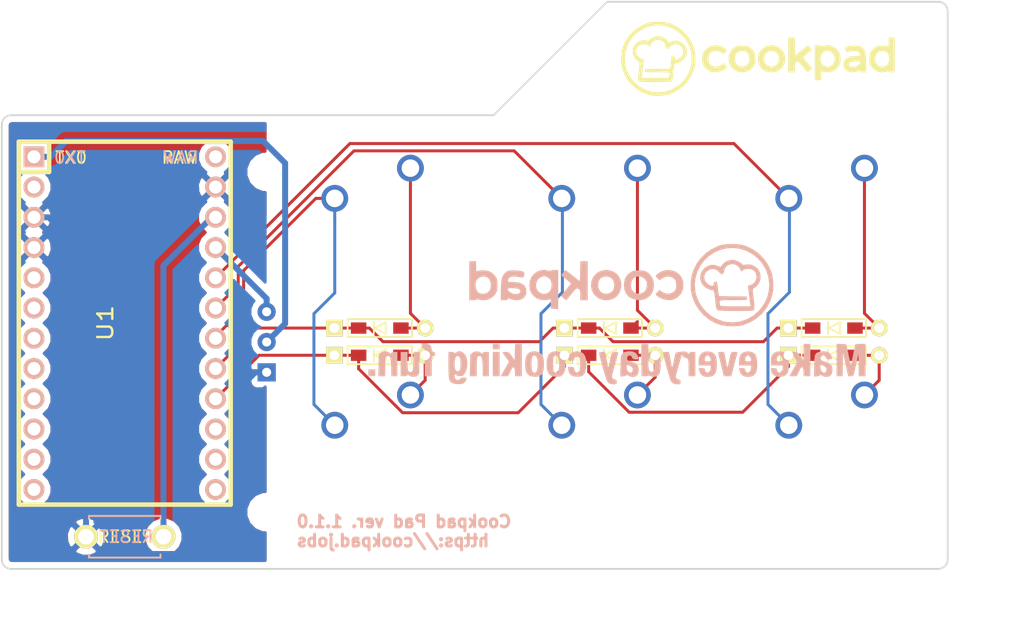
<source format=kicad_pcb>
(kicad_pcb (version 20171130) (host pcbnew "(5.0.2)-1")

  (general
    (thickness 1.6)
    (drawings 18)
    (tracks 110)
    (zones 0)
    (modules 21)
    (nets 16)
  )

  (page A4)
  (layers
    (0 F.Cu signal)
    (31 B.Cu signal)
    (32 B.Adhes user)
    (33 F.Adhes user)
    (34 B.Paste user)
    (35 F.Paste user)
    (36 B.SilkS user)
    (37 F.SilkS user)
    (38 B.Mask user)
    (39 F.Mask user)
    (40 Dwgs.User user)
    (41 Cmts.User user)
    (42 Eco1.User user)
    (43 Eco2.User user)
    (44 Edge.Cuts user)
    (45 Margin user)
    (46 B.CrtYd user)
    (47 F.CrtYd user)
    (48 B.Fab user)
    (49 F.Fab user)
  )

  (setup
    (last_trace_width 0.25)
    (user_trace_width 0.5)
    (trace_clearance 0.2)
    (zone_clearance 0.508)
    (zone_45_only no)
    (trace_min 0.2)
    (segment_width 0.2)
    (edge_width 0.15)
    (via_size 0.8)
    (via_drill 0.4)
    (via_min_size 0.4)
    (via_min_drill 0.3)
    (uvia_size 0.3)
    (uvia_drill 0.1)
    (uvias_allowed no)
    (uvia_min_size 0.2)
    (uvia_min_drill 0.1)
    (pcb_text_width 0.3)
    (pcb_text_size 1.5 1.5)
    (mod_edge_width 0.15)
    (mod_text_size 1 1)
    (mod_text_width 0.15)
    (pad_size 1.524 1.524)
    (pad_drill 0.762)
    (pad_to_mask_clearance 0.051)
    (solder_mask_min_width 0.25)
    (aux_axis_origin 0 0)
    (visible_elements 7FFFFFFF)
    (pcbplotparams
      (layerselection 0x010f0_ffffffff)
      (usegerberextensions false)
      (usegerberattributes false)
      (usegerberadvancedattributes false)
      (creategerberjobfile false)
      (excludeedgelayer true)
      (linewidth 0.100000)
      (plotframeref false)
      (viasonmask false)
      (mode 1)
      (useauxorigin false)
      (hpglpennumber 1)
      (hpglpenspeed 20)
      (hpglpendiameter 15.000000)
      (psnegative false)
      (psa4output false)
      (plotreference true)
      (plotvalue true)
      (plotinvisibletext false)
      (padsonsilk false)
      (subtractmaskfromsilk false)
      (outputformat 1)
      (mirror false)
      (drillshape 0)
      (scaleselection 1)
      (outputdirectory "gerbers/"))
  )

  (net 0 "")
  (net 1 "Net-(D1-Pad2)")
  (net 2 row0)
  (net 3 "Net-(D2-Pad2)")
  (net 4 "Net-(D3-Pad2)")
  (net 5 row1)
  (net 6 "Net-(D4-Pad2)")
  (net 7 "Net-(D5-Pad2)")
  (net 8 "Net-(D6-Pad2)")
  (net 9 GND)
  (net 10 led)
  (net 11 VCC)
  (net 12 col0)
  (net 13 col1)
  (net 14 col2)
  (net 15 reset)

  (net_class Default "これはデフォルトのネット クラスです。"
    (clearance 0.2)
    (trace_width 0.25)
    (via_dia 0.8)
    (via_drill 0.4)
    (uvia_dia 0.3)
    (uvia_drill 0.1)
    (add_net GND)
    (add_net "Net-(D1-Pad2)")
    (add_net "Net-(D2-Pad2)")
    (add_net "Net-(D3-Pad2)")
    (add_net "Net-(D4-Pad2)")
    (add_net "Net-(D5-Pad2)")
    (add_net "Net-(D6-Pad2)")
    (add_net VCC)
    (add_net col0)
    (add_net col1)
    (add_net col2)
    (add_net led)
    (add_net reset)
    (add_net row0)
    (add_net row1)
  )

  (module MountingHole:MountingHole_2.2mm_M2 (layer F.Cu) (tedit 5C39BF8F) (tstamp 5C76B4A8)
    (at 111.91875 72.23125)
    (descr "Mounting Hole 2.2mm, no annular, M2")
    (tags "mounting hole 2.2mm no annular m2")
    (attr virtual)
    (fp_text reference "" (at 0 -3.2) (layer F.SilkS)
      (effects (font (size 1 1) (thickness 0.15)))
    )
    (fp_text value MountingHole_2.2mm_M2 (at 0 3.2) (layer F.Fab)
      (effects (font (size 1 1) (thickness 0.15)))
    )
    (fp_text user %R (at 0.3 0) (layer F.Fab)
      (effects (font (size 1 1) (thickness 0.15)))
    )
    (fp_circle (center 0 0) (end 2.2 0) (layer Cmts.User) (width 0.15))
    (fp_circle (center 0 0) (end 2.45 0) (layer F.CrtYd) (width 0.05))
    (pad 1 np_thru_hole circle (at 0 0) (size 2.2 2.2) (drill 2.2) (layers *.Cu *.Mask))
  )

  (module MountingHole:MountingHole_2.2mm_M2 (layer F.Cu) (tedit 5C39BF8B) (tstamp 5C76B49A)
    (at 111.91875 100.80625)
    (descr "Mounting Hole 2.2mm, no annular, M2")
    (tags "mounting hole 2.2mm no annular m2")
    (attr virtual)
    (fp_text reference "" (at 0 -3.2) (layer F.SilkS)
      (effects (font (size 1 1) (thickness 0.15)))
    )
    (fp_text value MountingHole_2.2mm_M2 (at 0 3.2) (layer F.Fab)
      (effects (font (size 1 1) (thickness 0.15)))
    )
    (fp_circle (center 0 0) (end 2.45 0) (layer F.CrtYd) (width 0.05))
    (fp_circle (center 0 0) (end 2.2 0) (layer Cmts.User) (width 0.15))
    (fp_text user %R (at 0.3 0) (layer F.Fab)
      (effects (font (size 1 1) (thickness 0.15)))
    )
    (pad 1 np_thru_hole circle (at 0 0) (size 2.2 2.2) (drill 2.2) (layers *.Cu *.Mask))
  )

  (module MountingHole:MountingHole_2.2mm_M2 (layer F.Cu) (tedit 5C39BF88) (tstamp 5C76B48C)
    (at 150.01875 100.80625)
    (descr "Mounting Hole 2.2mm, no annular, M2")
    (tags "mounting hole 2.2mm no annular m2")
    (attr virtual)
    (fp_text reference "" (at 7.9375 10.31875) (layer F.SilkS)
      (effects (font (size 1 1) (thickness 0.15)))
    )
    (fp_text value MountingHole_2.2mm_M2 (at 0 3.2) (layer F.Fab)
      (effects (font (size 1 1) (thickness 0.15)))
    )
    (fp_text user %R (at 0.3 0) (layer F.Fab)
      (effects (font (size 1 1) (thickness 0.15)))
    )
    (fp_circle (center 0 0) (end 2.2 0) (layer Cmts.User) (width 0.15))
    (fp_circle (center 0 0) (end 2.45 0) (layer F.CrtYd) (width 0.05))
    (pad 1 np_thru_hole circle (at 0 0) (size 2.2 2.2) (drill 2.2) (layers *.Cu *.Mask))
  )

  (module MX_Alps_Hybrid:MXOnly-1U-NoLED (layer F.Cu) (tedit 5BD3C6C7) (tstamp 5C51EF75)
    (at 121.44375 96.04375)
    (path /5C393299)
    (fp_text reference MX4 (at 0 3.175) (layer Dwgs.User)
      (effects (font (size 1 1) (thickness 0.15)))
    )
    (fp_text value MX-1U (at 0 -7.9375) (layer Dwgs.User)
      (effects (font (size 1 1) (thickness 0.15)))
    )
    (fp_line (start 5 -7) (end 7 -7) (layer Dwgs.User) (width 0.15))
    (fp_line (start 7 -7) (end 7 -5) (layer Dwgs.User) (width 0.15))
    (fp_line (start 5 7) (end 7 7) (layer Dwgs.User) (width 0.15))
    (fp_line (start 7 7) (end 7 5) (layer Dwgs.User) (width 0.15))
    (fp_line (start -7 5) (end -7 7) (layer Dwgs.User) (width 0.15))
    (fp_line (start -7 7) (end -5 7) (layer Dwgs.User) (width 0.15))
    (fp_line (start -5 -7) (end -7 -7) (layer Dwgs.User) (width 0.15))
    (fp_line (start -7 -7) (end -7 -5) (layer Dwgs.User) (width 0.15))
    (fp_line (start -9.525 -9.525) (end 9.525 -9.525) (layer Dwgs.User) (width 0.15))
    (fp_line (start 9.525 -9.525) (end 9.525 9.525) (layer Dwgs.User) (width 0.15))
    (fp_line (start 9.525 9.525) (end -9.525 9.525) (layer Dwgs.User) (width 0.15))
    (fp_line (start -9.525 9.525) (end -9.525 -9.525) (layer Dwgs.User) (width 0.15))
    (pad 2 thru_hole circle (at 2.54 -5.08) (size 2.25 2.25) (drill 1.47) (layers *.Cu B.Mask)
      (net 6 "Net-(D4-Pad2)"))
    (pad "" np_thru_hole circle (at 0 0) (size 3.9878 3.9878) (drill 3.9878) (layers *.Cu *.Mask))
    (pad 1 thru_hole circle (at -3.81 -2.54) (size 2.25 2.25) (drill 1.47) (layers *.Cu B.Mask)
      (net 12 col0))
    (pad "" np_thru_hole circle (at -5.08 0 48.0996) (size 1.75 1.75) (drill 1.75) (layers *.Cu *.Mask))
    (pad "" np_thru_hole circle (at 5.08 0 48.0996) (size 1.75 1.75) (drill 1.75) (layers *.Cu *.Mask))
  )

  (module MX_Alps_Hybrid:MXOnly-1U-NoLED (layer F.Cu) (tedit 5BD3C6C7) (tstamp 5C51D71A)
    (at 121.44375 76.99375)
    (path /5C3921E7)
    (fp_text reference MX1 (at 0 3.175) (layer Dwgs.User)
      (effects (font (size 1 1) (thickness 0.15)))
    )
    (fp_text value MX-1U (at 0 -7.9375) (layer Dwgs.User)
      (effects (font (size 1 1) (thickness 0.15)))
    )
    (fp_line (start -9.525 9.525) (end -9.525 -9.525) (layer Dwgs.User) (width 0.15))
    (fp_line (start 9.525 9.525) (end -9.525 9.525) (layer Dwgs.User) (width 0.15))
    (fp_line (start 9.525 -9.525) (end 9.525 9.525) (layer Dwgs.User) (width 0.15))
    (fp_line (start -9.525 -9.525) (end 9.525 -9.525) (layer Dwgs.User) (width 0.15))
    (fp_line (start -7 -7) (end -7 -5) (layer Dwgs.User) (width 0.15))
    (fp_line (start -5 -7) (end -7 -7) (layer Dwgs.User) (width 0.15))
    (fp_line (start -7 7) (end -5 7) (layer Dwgs.User) (width 0.15))
    (fp_line (start -7 5) (end -7 7) (layer Dwgs.User) (width 0.15))
    (fp_line (start 7 7) (end 7 5) (layer Dwgs.User) (width 0.15))
    (fp_line (start 5 7) (end 7 7) (layer Dwgs.User) (width 0.15))
    (fp_line (start 7 -7) (end 7 -5) (layer Dwgs.User) (width 0.15))
    (fp_line (start 5 -7) (end 7 -7) (layer Dwgs.User) (width 0.15))
    (pad "" np_thru_hole circle (at 5.08 0 48.0996) (size 1.75 1.75) (drill 1.75) (layers *.Cu *.Mask))
    (pad "" np_thru_hole circle (at -5.08 0 48.0996) (size 1.75 1.75) (drill 1.75) (layers *.Cu *.Mask))
    (pad 1 thru_hole circle (at -3.81 -2.54) (size 2.25 2.25) (drill 1.47) (layers *.Cu B.Mask)
      (net 12 col0))
    (pad "" np_thru_hole circle (at 0 0) (size 3.9878 3.9878) (drill 3.9878) (layers *.Cu *.Mask))
    (pad 2 thru_hole circle (at 2.54 -5.08) (size 2.25 2.25) (drill 1.47) (layers *.Cu B.Mask)
      (net 1 "Net-(D1-Pad2)"))
  )

  (module MX_Alps_Hybrid:MXOnly-1U-NoLED (layer F.Cu) (tedit 5BD3C6C7) (tstamp 5C51D72F)
    (at 140.49375 76.99375)
    (path /5C392A62)
    (fp_text reference MX2 (at 0 3.175) (layer Dwgs.User)
      (effects (font (size 1 1) (thickness 0.15)))
    )
    (fp_text value MX-1U (at 0 -7.9375) (layer Dwgs.User)
      (effects (font (size 1 1) (thickness 0.15)))
    )
    (fp_line (start 5 -7) (end 7 -7) (layer Dwgs.User) (width 0.15))
    (fp_line (start 7 -7) (end 7 -5) (layer Dwgs.User) (width 0.15))
    (fp_line (start 5 7) (end 7 7) (layer Dwgs.User) (width 0.15))
    (fp_line (start 7 7) (end 7 5) (layer Dwgs.User) (width 0.15))
    (fp_line (start -7 5) (end -7 7) (layer Dwgs.User) (width 0.15))
    (fp_line (start -7 7) (end -5 7) (layer Dwgs.User) (width 0.15))
    (fp_line (start -5 -7) (end -7 -7) (layer Dwgs.User) (width 0.15))
    (fp_line (start -7 -7) (end -7 -5) (layer Dwgs.User) (width 0.15))
    (fp_line (start -9.525 -9.525) (end 9.525 -9.525) (layer Dwgs.User) (width 0.15))
    (fp_line (start 9.525 -9.525) (end 9.525 9.525) (layer Dwgs.User) (width 0.15))
    (fp_line (start 9.525 9.525) (end -9.525 9.525) (layer Dwgs.User) (width 0.15))
    (fp_line (start -9.525 9.525) (end -9.525 -9.525) (layer Dwgs.User) (width 0.15))
    (pad 2 thru_hole circle (at 2.54 -5.08) (size 2.25 2.25) (drill 1.47) (layers *.Cu B.Mask)
      (net 3 "Net-(D2-Pad2)"))
    (pad "" np_thru_hole circle (at 0 0) (size 3.9878 3.9878) (drill 3.9878) (layers *.Cu *.Mask))
    (pad 1 thru_hole circle (at -3.81 -2.54) (size 2.25 2.25) (drill 1.47) (layers *.Cu B.Mask)
      (net 13 col1))
    (pad "" np_thru_hole circle (at -5.08 0 48.0996) (size 1.75 1.75) (drill 1.75) (layers *.Cu *.Mask))
    (pad "" np_thru_hole circle (at 5.08 0 48.0996) (size 1.75 1.75) (drill 1.75) (layers *.Cu *.Mask))
  )

  (module MX_Alps_Hybrid:MXOnly-1U-NoLED (layer F.Cu) (tedit 5BD3C6C7) (tstamp 5C51D744)
    (at 159.54375 76.99375)
    (path /5C392C1F)
    (fp_text reference MX3 (at 0 3.175) (layer Dwgs.User)
      (effects (font (size 1 1) (thickness 0.15)))
    )
    (fp_text value MX-1U (at 0 -7.9375) (layer Dwgs.User)
      (effects (font (size 1 1) (thickness 0.15)))
    )
    (fp_line (start -9.525 9.525) (end -9.525 -9.525) (layer Dwgs.User) (width 0.15))
    (fp_line (start 9.525 9.525) (end -9.525 9.525) (layer Dwgs.User) (width 0.15))
    (fp_line (start 9.525 -9.525) (end 9.525 9.525) (layer Dwgs.User) (width 0.15))
    (fp_line (start -9.525 -9.525) (end 9.525 -9.525) (layer Dwgs.User) (width 0.15))
    (fp_line (start -7 -7) (end -7 -5) (layer Dwgs.User) (width 0.15))
    (fp_line (start -5 -7) (end -7 -7) (layer Dwgs.User) (width 0.15))
    (fp_line (start -7 7) (end -5 7) (layer Dwgs.User) (width 0.15))
    (fp_line (start -7 5) (end -7 7) (layer Dwgs.User) (width 0.15))
    (fp_line (start 7 7) (end 7 5) (layer Dwgs.User) (width 0.15))
    (fp_line (start 5 7) (end 7 7) (layer Dwgs.User) (width 0.15))
    (fp_line (start 7 -7) (end 7 -5) (layer Dwgs.User) (width 0.15))
    (fp_line (start 5 -7) (end 7 -7) (layer Dwgs.User) (width 0.15))
    (pad "" np_thru_hole circle (at 5.08 0 48.0996) (size 1.75 1.75) (drill 1.75) (layers *.Cu *.Mask))
    (pad "" np_thru_hole circle (at -5.08 0 48.0996) (size 1.75 1.75) (drill 1.75) (layers *.Cu *.Mask))
    (pad 1 thru_hole circle (at -3.81 -2.54) (size 2.25 2.25) (drill 1.47) (layers *.Cu B.Mask)
      (net 14 col2))
    (pad "" np_thru_hole circle (at 0 0) (size 3.9878 3.9878) (drill 3.9878) (layers *.Cu *.Mask))
    (pad 2 thru_hole circle (at 2.54 -5.08) (size 2.25 2.25) (drill 1.47) (layers *.Cu B.Mask)
      (net 4 "Net-(D3-Pad2)"))
  )

  (module MX_Alps_Hybrid:MXOnly-1U-NoLED (layer F.Cu) (tedit 5BD3C6C7) (tstamp 5C51D76E)
    (at 140.49375 96.04375)
    (path /5C3932AB)
    (fp_text reference MX5 (at 0 3.175) (layer Dwgs.User)
      (effects (font (size 1 1) (thickness 0.15)))
    )
    (fp_text value MX-1U (at 0 -7.9375) (layer Dwgs.User)
      (effects (font (size 1 1) (thickness 0.15)))
    )
    (fp_line (start -9.525 9.525) (end -9.525 -9.525) (layer Dwgs.User) (width 0.15))
    (fp_line (start 9.525 9.525) (end -9.525 9.525) (layer Dwgs.User) (width 0.15))
    (fp_line (start 9.525 -9.525) (end 9.525 9.525) (layer Dwgs.User) (width 0.15))
    (fp_line (start -9.525 -9.525) (end 9.525 -9.525) (layer Dwgs.User) (width 0.15))
    (fp_line (start -7 -7) (end -7 -5) (layer Dwgs.User) (width 0.15))
    (fp_line (start -5 -7) (end -7 -7) (layer Dwgs.User) (width 0.15))
    (fp_line (start -7 7) (end -5 7) (layer Dwgs.User) (width 0.15))
    (fp_line (start -7 5) (end -7 7) (layer Dwgs.User) (width 0.15))
    (fp_line (start 7 7) (end 7 5) (layer Dwgs.User) (width 0.15))
    (fp_line (start 5 7) (end 7 7) (layer Dwgs.User) (width 0.15))
    (fp_line (start 7 -7) (end 7 -5) (layer Dwgs.User) (width 0.15))
    (fp_line (start 5 -7) (end 7 -7) (layer Dwgs.User) (width 0.15))
    (pad "" np_thru_hole circle (at 5.08 0 48.0996) (size 1.75 1.75) (drill 1.75) (layers *.Cu *.Mask))
    (pad "" np_thru_hole circle (at -5.08 0 48.0996) (size 1.75 1.75) (drill 1.75) (layers *.Cu *.Mask))
    (pad 1 thru_hole circle (at -3.81 -2.54) (size 2.25 2.25) (drill 1.47) (layers *.Cu B.Mask)
      (net 13 col1))
    (pad "" np_thru_hole circle (at 0 0) (size 3.9878 3.9878) (drill 3.9878) (layers *.Cu *.Mask))
    (pad 2 thru_hole circle (at 2.54 -5.08) (size 2.25 2.25) (drill 1.47) (layers *.Cu B.Mask)
      (net 7 "Net-(D5-Pad2)"))
  )

  (module MX_Alps_Hybrid:MXOnly-1U-NoLED (layer F.Cu) (tedit 5BD3C6C7) (tstamp 5C51D783)
    (at 159.54375 96.04375)
    (path /5C3932BD)
    (fp_text reference MX6 (at 0 3.175) (layer Dwgs.User)
      (effects (font (size 1 1) (thickness 0.15)))
    )
    (fp_text value MX-1U (at 0 -7.9375) (layer Dwgs.User)
      (effects (font (size 1 1) (thickness 0.15)))
    )
    (fp_line (start 5 -7) (end 7 -7) (layer Dwgs.User) (width 0.15))
    (fp_line (start 7 -7) (end 7 -5) (layer Dwgs.User) (width 0.15))
    (fp_line (start 5 7) (end 7 7) (layer Dwgs.User) (width 0.15))
    (fp_line (start 7 7) (end 7 5) (layer Dwgs.User) (width 0.15))
    (fp_line (start -7 5) (end -7 7) (layer Dwgs.User) (width 0.15))
    (fp_line (start -7 7) (end -5 7) (layer Dwgs.User) (width 0.15))
    (fp_line (start -5 -7) (end -7 -7) (layer Dwgs.User) (width 0.15))
    (fp_line (start -7 -7) (end -7 -5) (layer Dwgs.User) (width 0.15))
    (fp_line (start -9.525 -9.525) (end 9.525 -9.525) (layer Dwgs.User) (width 0.15))
    (fp_line (start 9.525 -9.525) (end 9.525 9.525) (layer Dwgs.User) (width 0.15))
    (fp_line (start 9.525 9.525) (end -9.525 9.525) (layer Dwgs.User) (width 0.15))
    (fp_line (start -9.525 9.525) (end -9.525 -9.525) (layer Dwgs.User) (width 0.15))
    (pad 2 thru_hole circle (at 2.54 -5.08) (size 2.25 2.25) (drill 1.47) (layers *.Cu B.Mask)
      (net 8 "Net-(D6-Pad2)"))
    (pad "" np_thru_hole circle (at 0 0) (size 3.9878 3.9878) (drill 3.9878) (layers *.Cu *.Mask))
    (pad 1 thru_hole circle (at -3.81 -2.54) (size 2.25 2.25) (drill 1.47) (layers *.Cu B.Mask)
      (net 14 col2))
    (pad "" np_thru_hole circle (at -5.08 0 48.0996) (size 1.75 1.75) (drill 1.75) (layers *.Cu *.Mask))
    (pad "" np_thru_hole circle (at 5.08 0 48.0996) (size 1.75 1.75) (drill 1.75) (layers *.Cu *.Mask))
  )

  (module Keebio-Parts:ArduinoProMicro-TopSide (layer F.Cu) (tedit 5C39BFCE) (tstamp 5C51D7B6)
    (at 100.0125 84.93125 270)
    (path /5C3920CC)
    (fp_text reference U1 (at 0 1.625 270) (layer F.SilkS)
      (effects (font (size 1.27 1.524) (thickness 0.2032)))
    )
    (fp_text value ProMicro (at 0 0 270) (layer F.SilkS) hide
      (effects (font (size 1.27 1.524) (thickness 0.2032)))
    )
    (fp_text user TX0 (at -13.9 4.6) (layer B.SilkS)
      (effects (font (size 1 1) (thickness 0.15)) (justify mirror))
    )
    (fp_text user RAW (at -13.9 -4.7) (layer B.SilkS)
      (effects (font (size 1 1) (thickness 0.15)) (justify mirror))
    )
    (fp_text user RAW (at -13.9 -4.6) (layer F.SilkS)
      (effects (font (size 1 1) (thickness 0.15)))
    )
    (fp_text user TX0 (at -13.9 4.5) (layer F.SilkS)
      (effects (font (size 1 1) (thickness 0.15)))
    )
    (fp_line (start -15.24 -8.89) (end -15.24 8.89) (layer F.SilkS) (width 0.381))
    (fp_line (start -15.24 8.89) (end 15.24 8.89) (layer F.SilkS) (width 0.381))
    (fp_line (start 15.24 8.89) (end 15.24 -8.89) (layer F.SilkS) (width 0.381))
    (fp_line (start 15.24 -8.89) (end -15.24 -8.89) (layer F.SilkS) (width 0.381))
    (fp_line (start -15.24 6.35) (end -12.7 6.35) (layer F.SilkS) (width 0.381))
    (fp_line (start -12.7 6.35) (end -12.7 8.89) (layer F.SilkS) (width 0.381))
    (pad 1 thru_hole rect (at -13.97 7.62 270) (size 1.7526 1.7526) (drill 1.0922) (layers *.Cu *.SilkS *.Mask)
      (net 10 led))
    (pad 2 thru_hole circle (at -11.43 7.62 270) (size 1.7526 1.7526) (drill 1.0922) (layers *.Cu *.SilkS *.Mask))
    (pad 3 thru_hole circle (at -8.89 7.62 270) (size 1.7526 1.7526) (drill 1.0922) (layers *.Cu *.SilkS *.Mask)
      (net 9 GND))
    (pad 4 thru_hole circle (at -6.35 7.62 270) (size 1.7526 1.7526) (drill 1.0922) (layers *.Cu *.SilkS *.Mask)
      (net 9 GND))
    (pad 5 thru_hole circle (at -3.81 7.62 270) (size 1.7526 1.7526) (drill 1.0922) (layers *.Cu *.SilkS *.Mask))
    (pad 6 thru_hole circle (at -1.27 7.62 270) (size 1.7526 1.7526) (drill 1.0922) (layers *.Cu *.SilkS *.Mask))
    (pad 7 thru_hole circle (at 1.27 7.62 270) (size 1.7526 1.7526) (drill 1.0922) (layers *.Cu *.SilkS *.Mask))
    (pad 8 thru_hole circle (at 3.81 7.62 270) (size 1.7526 1.7526) (drill 1.0922) (layers *.Cu *.SilkS *.Mask))
    (pad 9 thru_hole circle (at 6.35 7.62 270) (size 1.7526 1.7526) (drill 1.0922) (layers *.Cu *.SilkS *.Mask))
    (pad 10 thru_hole circle (at 8.89 7.62 270) (size 1.7526 1.7526) (drill 1.0922) (layers *.Cu *.SilkS *.Mask))
    (pad 11 thru_hole circle (at 11.43 7.62 270) (size 1.7526 1.7526) (drill 1.0922) (layers *.Cu *.SilkS *.Mask))
    (pad 13 thru_hole circle (at 13.97 -7.62 270) (size 1.7526 1.7526) (drill 1.0922) (layers *.Cu *.SilkS *.Mask))
    (pad 14 thru_hole circle (at 11.43 -7.62 270) (size 1.7526 1.7526) (drill 1.0922) (layers *.Cu *.SilkS *.Mask))
    (pad 15 thru_hole circle (at 8.89 -7.62 270) (size 1.7526 1.7526) (drill 1.0922) (layers *.Cu *.SilkS *.Mask))
    (pad 16 thru_hole circle (at 6.35 -7.62 270) (size 1.7526 1.7526) (drill 1.0922) (layers *.Cu *.SilkS *.Mask)
      (net 5 row1))
    (pad 17 thru_hole circle (at 3.81 -7.62 270) (size 1.7526 1.7526) (drill 1.0922) (layers *.Cu *.SilkS *.Mask)
      (net 2 row0))
    (pad 18 thru_hole circle (at 1.27 -7.62 270) (size 1.7526 1.7526) (drill 1.0922) (layers *.Cu *.SilkS *.Mask)
      (net 12 col0))
    (pad 19 thru_hole circle (at -1.27 -7.62 270) (size 1.7526 1.7526) (drill 1.0922) (layers *.Cu *.SilkS *.Mask)
      (net 13 col1))
    (pad 20 thru_hole circle (at -3.81 -7.62 270) (size 1.7526 1.7526) (drill 1.0922) (layers *.Cu *.SilkS *.Mask)
      (net 14 col2))
    (pad 21 thru_hole circle (at -6.35 -7.62 270) (size 1.7526 1.7526) (drill 1.0922) (layers *.Cu *.SilkS *.Mask)
      (net 11 VCC))
    (pad 22 thru_hole circle (at -8.89 -7.62 270) (size 1.7526 1.7526) (drill 1.0922) (layers *.Cu *.SilkS *.Mask)
      (net 15 reset))
    (pad 23 thru_hole circle (at -11.43 -7.62 270) (size 1.7526 1.7526) (drill 1.0922) (layers *.Cu *.SilkS *.Mask)
      (net 9 GND))
    (pad 12 thru_hole circle (at 13.97 7.62 270) (size 1.7526 1.7526) (drill 1.0922) (layers *.Cu *.SilkS *.Mask))
    (pad 24 thru_hole circle (at -13.97 -7.62 270) (size 1.7526 1.7526) (drill 1.0922) (layers *.Cu *.SilkS *.Mask))
    (model /Users/danny/Documents/proj/custom-keyboard/kicad-libs/3d_models/Pro_Micro.wrl
      (offset (xyz 15.23999977111816 -8.889999866485596 1.269999980926514))
      (scale (xyz 0.395 0.395 0.395))
      (rotate (xyz 0 0 270))
    )
  )

  (module Cookpad-Pad:cookpad-logo (layer F.Cu) (tedit 0) (tstamp 5C6A7A40)
    (at 153.19375 62.70625)
    (fp_text reference G*** (at 0 0) (layer F.SilkS) hide
      (effects (font (size 1.524 1.524) (thickness 0.3)))
    )
    (fp_text value LOGO (at 0.75 0) (layer F.SilkS) hide
      (effects (font (size 1.524 1.524) (thickness 0.3)))
    )
    (fp_poly (pts (xy -8.10186 -1.827899) (xy -7.858795 -1.706828) (xy -7.671447 -1.520473) (xy -7.660547 -1.504341)
      (xy -7.549323 -1.334667) (xy -7.343362 -1.428218) (xy -7.053915 -1.511793) (xy -6.769104 -1.494702)
      (xy -6.5786 -1.427986) (xy -6.321106 -1.260999) (xy -6.139906 -1.044469) (xy -6.034638 -0.795534)
      (xy -6.004941 -0.531329) (xy -6.05045 -0.268991) (xy -6.170804 -0.025658) (xy -6.365639 0.181535)
      (xy -6.615762 0.327775) (xy -6.770308 0.379618) (xy -6.90764 0.405674) (xy -6.925923 0.4064)
      (xy -6.968111 0.409167) (xy -7.001935 0.425488) (xy -7.030119 0.467384) (xy -7.055387 0.546882)
      (xy -7.080464 0.676005) (xy -7.108075 0.866778) (xy -7.140946 1.131226) (xy -7.181799 1.481373)
      (xy -7.194487 1.591599) (xy -7.220654 1.765293) (xy -7.257046 1.865151) (xy -7.316351 1.918907)
      (xy -7.351384 1.934499) (xy -7.430846 1.945684) (xy -7.594485 1.955181) (xy -7.824888 1.962913)
      (xy -8.104645 1.968805) (xy -8.416343 1.97278) (xy -8.742572 1.974762) (xy -9.06592 1.974674)
      (xy -9.368975 1.972442) (xy -9.634327 1.967988) (xy -9.844564 1.961236) (xy -9.982275 1.95211)
      (xy -10.0203 1.946182) (xy -10.066787 1.917883) (xy -10.095548 1.853575) (xy -10.106704 1.740715)
      (xy -10.100378 1.56676) (xy -10.07669 1.319169) (xy -10.035762 0.985398) (xy -10.030015 0.941379)
      (xy -9.997498 0.683142) (xy -9.980033 0.507682) (xy -9.977547 0.39731) (xy -9.989967 0.334337)
      (xy -10.017219 0.301074) (xy -10.027335 0.294765) (xy -10.286069 0.098812) (xy -10.465061 -0.149129)
      (xy -10.556204 -0.435966) (xy -10.56621 -0.573268) (xy -10.2598 -0.573268) (xy -10.215848 -0.355793)
      (xy -10.095229 -0.163073) (xy -9.920364 -0.022933) (xy -9.773921 0.029704) (xy -9.657752 0.059971)
      (xy -9.61661 0.112142) (xy -9.624576 0.219633) (xy -9.624927 0.221778) (xy -9.643275 0.346912)
      (xy -9.668674 0.537028) (xy -9.696361 0.756194) (xy -9.703262 0.8128) (xy -9.731348 1.039275)
      (xy -9.758859 1.2514) (xy -9.780729 1.41033) (xy -9.784402 1.4351) (xy -9.813331 1.6256)
      (xy -8.671791 1.6256) (xy -8.303371 1.62539) (xy -8.023846 1.623936) (xy -7.820507 1.619997)
      (xy -7.680648 1.612336) (xy -7.591563 1.599712) (xy -7.540545 1.580888) (xy -7.514888 1.554623)
      (xy -7.501884 1.519679) (xy -7.499619 1.5113) (xy -7.47374 1.364834) (xy -7.468294 1.283751)
      (xy -7.470355 1.245486) (xy -7.485755 1.216792) (xy -7.527517 1.196061) (xy -7.608668 1.181684)
      (xy -7.742232 1.172051) (xy -7.941233 1.165553) (xy -8.218697 1.160582) (xy -8.4963 1.156751)
      (xy -9.525 1.143) (xy -9.525 0.889) (xy -8.476364 0.875285) (xy -7.427727 0.861571)
      (xy -7.39955 0.697485) (xy -7.378386 0.55433) (xy -7.354047 0.361395) (xy -7.339125 0.2286)
      (xy -7.312293 0.00147) (xy -7.285211 -0.141723) (xy -7.250753 -0.218411) (xy -7.201789 -0.246024)
      (xy -7.145737 -0.244262) (xy -7.061842 -0.203453) (xy -7.023662 -0.095568) (xy -7.019882 -0.0635)
      (xy -6.999474 0.049379) (xy -6.951759 0.093287) (xy -6.853606 0.076168) (xy -6.742069 0.031947)
      (xy -6.524339 -0.10529) (xy -6.381735 -0.286676) (xy -6.315013 -0.492738) (xy -6.324931 -0.704002)
      (xy -6.412247 -0.900995) (xy -6.577717 -1.064244) (xy -6.696876 -1.13021) (xy -6.854478 -1.190097)
      (xy -6.976568 -1.202836) (xy -7.11474 -1.173576) (xy -7.118926 -1.172327) (xy -7.300063 -1.080454)
      (xy -7.450172 -0.943017) (xy -7.544651 -0.837365) (xy -7.616448 -0.802278) (xy -7.697516 -0.822659)
      (xy -7.701297 -0.824366) (xy -7.794943 -0.910992) (xy -7.812186 -1.011977) (xy -7.854004 -1.22324)
      (xy -7.990168 -1.400873) (xy -8.093143 -1.475729) (xy -8.317312 -1.559426) (xy -8.549893 -1.557638)
      (xy -8.765778 -1.478095) (xy -8.939857 -1.328528) (xy -9.021975 -1.18973) (xy -9.097036 -1.010084)
      (xy -9.266214 -1.114642) (xy -9.490418 -1.20131) (xy -9.726579 -1.206689) (xy -9.947844 -1.136861)
      (xy -10.127359 -0.997909) (xy -10.192875 -0.904761) (xy -10.235384 -0.777901) (xy -10.258524 -0.611772)
      (xy -10.2598 -0.573268) (xy -10.56621 -0.573268) (xy -10.5664 -0.575871) (xy -10.535588 -0.861006)
      (xy -10.435675 -1.092939) (xy -10.321869 -1.236436) (xy -10.074006 -1.433067) (xy -9.79624 -1.534194)
      (xy -9.49582 -1.537509) (xy -9.420846 -1.523424) (xy -9.280249 -1.501788) (xy -9.204783 -1.521582)
      (xy -9.180686 -1.551027) (xy -9.114909 -1.618231) (xy -8.993852 -1.706722) (xy -8.921664 -1.751615)
      (xy -8.657664 -1.85507) (xy -8.376273 -1.878905) (xy -8.10186 -1.827899)) (layer F.SilkS) (width 0.01))
    (fp_poly (pts (xy 11.43 1.1684) (xy 11.180233 1.1684) (xy 11.032662 1.158966) (xy 10.934451 1.13492)
      (xy 10.913504 1.117512) (xy 10.853454 1.092048) (xy 10.719106 1.117512) (xy 10.4558 1.159745)
      (xy 10.178155 1.150958) (xy 9.9822 1.107107) (xy 9.705453 0.95838) (xy 9.486165 0.732809)
      (xy 9.397894 0.583981) (xy 9.338119 0.43996) (xy 9.307034 0.296669) (xy 9.299031 0.11635)
      (xy 9.300922 0.05347) (xy 9.806395 0.05347) (xy 9.83788 0.290813) (xy 9.883887 0.412757)
      (xy 10.017034 0.568359) (xy 10.206644 0.66157) (xy 10.424637 0.686343) (xy 10.642929 0.636631)
      (xy 10.725068 0.593895) (xy 10.847635 0.463288) (xy 10.928145 0.270654) (xy 10.962927 0.048036)
      (xy 10.948312 -0.172525) (xy 10.880629 -0.358986) (xy 10.840507 -0.413926) (xy 10.657396 -0.557093)
      (xy 10.446995 -0.625111) (xy 10.234079 -0.618585) (xy 10.043421 -0.538118) (xy 9.903873 -0.391119)
      (xy 9.828778 -0.189344) (xy 9.806395 0.05347) (xy 9.300922 0.05347) (xy 9.303983 -0.048295)
      (xy 9.318925 -0.266752) (xy 9.346439 -0.419437) (xy 9.396422 -0.542142) (xy 9.47439 -0.664471)
      (xy 9.687449 -0.892376) (xy 9.946648 -1.032907) (xy 10.260556 -1.090307) (xy 10.3378 -1.0922)
      (xy 10.529637 -1.085651) (xy 10.700635 -1.068787) (xy 10.7823 -1.053133) (xy 10.922 -1.014065)
      (xy 10.922 -1.778) (xy 11.43 -1.778) (xy 11.43 1.1684)) (layer F.SilkS) (width 0.01))
    (fp_poly (pts (xy 8.305075 -1.085539) (xy 8.452902 -1.065794) (xy 8.55971 -1.024675) (xy 8.616435 -0.987462)
      (xy 8.758968 -0.867199) (xy 8.866356 -0.737054) (xy 8.943308 -0.580866) (xy 8.994536 -0.382473)
      (xy 9.024749 -0.125716) (xy 9.038657 0.205568) (xy 9.041188 0.4699) (xy 9.0424 1.1684)
      (xy 8.7884 1.1684) (xy 8.628668 1.160242) (xy 8.550653 1.131999) (xy 8.5344 1.0922)
      (xy 8.533801 1.041653) (xy 8.515121 1.023683) (xy 8.453027 1.038126) (xy 8.322191 1.084819)
      (xy 8.3058 1.090735) (xy 8.048371 1.15015) (xy 7.777499 1.158323) (xy 7.538016 1.114954)
      (xy 7.488691 1.096192) (xy 7.280322 0.95582) (xy 7.15265 0.755988) (xy 7.112 0.521687)
      (xy 7.117093 0.488229) (xy 7.5692 0.488229) (xy 7.611921 0.607956) (xy 7.726123 0.682465)
      (xy 7.89086 0.708728) (xy 8.085187 0.683717) (xy 8.288158 0.604407) (xy 8.3058 0.594691)
      (xy 8.451601 0.487506) (xy 8.52262 0.379687) (xy 8.525233 0.366926) (xy 8.527362 0.307999)
      (xy 8.498555 0.274199) (xy 8.417849 0.258575) (xy 8.264283 0.254175) (xy 8.184723 0.254)
      (xy 7.898812 0.268833) (xy 7.704756 0.314736) (xy 7.597026 0.393813) (xy 7.5692 0.488229)
      (xy 7.117093 0.488229) (xy 7.152467 0.25588) (xy 7.274034 0.050695) (xy 7.476944 -0.09405)
      (xy 7.761442 -0.178535) (xy 8.09024 -0.2032) (xy 8.278917 -0.208898) (xy 8.425201 -0.22397)
      (xy 8.501981 -0.245384) (xy 8.506365 -0.249738) (xy 8.511413 -0.327487) (xy 8.486193 -0.424979)
      (xy 8.387356 -0.5488) (xy 8.212709 -0.6178) (xy 7.973459 -0.62961) (xy 7.710782 -0.589061)
      (xy 7.540405 -0.556422) (xy 7.410068 -0.54431) (xy 7.351455 -0.553894) (xy 7.317307 -0.626499)
      (xy 7.285677 -0.753616) (xy 7.281891 -0.775494) (xy 7.269042 -0.88883) (xy 7.293926 -0.951781)
      (xy 7.379468 -0.993801) (xy 7.474235 -1.022614) (xy 7.638836 -1.055399) (xy 7.857838 -1.07948)
      (xy 8.084103 -1.089691) (xy 8.086174 -1.089705) (xy 8.305075 -1.085539)) (layer F.SilkS) (width 0.01))
    (fp_poly (pts (xy 3.059376 -1.022232) (xy 3.0734 -0.266464) (xy 3.622296 -0.697703) (xy 3.822098 -0.852753)
      (xy 3.991225 -0.980346) (xy 4.114932 -1.069638) (xy 4.178477 -1.109786) (xy 4.183646 -1.110571)
      (xy 4.220483 -1.06332) (xy 4.298128 -0.966579) (xy 4.33325 -0.923203) (xy 4.417745 -0.811665)
      (xy 4.466032 -0.733544) (xy 4.4704 -0.71948) (xy 4.432668 -0.675185) (xy 4.331817 -0.586332)
      (xy 4.186359 -0.468849) (xy 4.1148 -0.413564) (xy 3.955701 -0.287712) (xy 3.833365 -0.182338)
      (xy 3.766368 -0.113832) (xy 3.7592 -0.099881) (xy 3.79027 -0.046467) (xy 3.874694 0.066717)
      (xy 3.999291 0.222658) (xy 4.13904 0.390405) (xy 4.518881 0.8382) (xy 4.32954 1.001392)
      (xy 4.215238 1.095818) (xy 4.134854 1.154677) (xy 4.1148 1.164455) (xy 4.072183 1.127934)
      (xy 3.987168 1.033191) (xy 3.897858 0.925062) (xy 3.748747 0.742329) (xy 3.585274 0.5471)
      (xy 3.510562 0.459861) (xy 3.399572 0.33509) (xy 3.328406 0.275965) (xy 3.270434 0.271279)
      (xy 3.199025 0.309825) (xy 3.181403 0.321332) (xy 3.112798 0.374003) (xy 3.072852 0.437893)
      (xy 3.053892 0.539872) (xy 3.048249 0.706805) (xy 3.048 0.788571) (xy 3.048 1.1684)
      (xy 2.4892 1.1684) (xy 2.4892 -1.778) (xy 3.045353 -1.778) (xy 3.059376 -1.022232)) (layer F.SilkS) (width 0.01))
    (fp_poly (pts (xy 1.384901 -1.083822) (xy 1.676705 -0.970565) (xy 1.911684 -0.794085) (xy 2.103627 -0.534709)
      (xy 2.213271 -0.236792) (xy 2.240616 0.078632) (xy 2.185662 0.390528) (xy 2.048409 0.677861)
      (xy 1.911684 0.844884) (xy 1.652779 1.034756) (xy 1.347014 1.143866) (xy 1.013808 1.168452)
      (xy 0.672579 1.104755) (xy 0.635 1.09206) (xy 0.377542 0.951095) (xy 0.176722 0.741882)
      (xy 0.036576 0.483096) (xy -0.038858 0.19341) (xy -0.042896 0.011046) (xy 0.48204 0.011046)
      (xy 0.504485 0.238001) (xy 0.578174 0.425042) (xy 0.590772 0.443204) (xy 0.762251 0.59559)
      (xy 0.978539 0.672943) (xy 1.21206 0.67153) (xy 1.43524 0.587614) (xy 1.4732 0.562743)
      (xy 1.606983 0.410779) (xy 1.68469 0.20296) (xy 1.703387 -0.029974) (xy 1.66014 -0.257284)
      (xy 1.567863 -0.42908) (xy 1.405065 -0.56059) (xy 1.197948 -0.622761) (xy 0.975425 -0.616679)
      (xy 0.766409 -0.543429) (xy 0.599816 -0.404098) (xy 0.590866 -0.392405) (xy 0.510835 -0.213273)
      (xy 0.48204 0.011046) (xy -0.042896 0.011046) (xy -0.045544 -0.108499) (xy 0.020556 -0.403956)
      (xy 0.163478 -0.674286) (xy 0.234287 -0.761607) (xy 0.475798 -0.957601) (xy 0.762621 -1.076917)
      (xy 1.072931 -1.119132) (xy 1.384901 -1.083822)) (layer F.SilkS) (width 0.01))
    (fp_poly (pts (xy -1.155005 -1.086715) (xy -1.004406 -1.065929) (xy -0.876476 -1.019224) (xy -0.735399 -0.939347)
      (xy -0.498254 -0.746295) (xy -0.342291 -0.50552) (xy -0.261951 -0.20603) (xy -0.24765 0.0254)
      (xy -0.288367 0.381543) (xy -0.407632 0.675772) (xy -0.601122 0.903387) (xy -0.864512 1.059687)
      (xy -1.193477 1.139974) (xy -1.279984 1.147311) (xy -1.471785 1.150643) (xy -1.639844 1.140331)
      (xy -1.727529 1.123981) (xy -2.035924 0.982061) (xy -2.263911 0.781035) (xy -2.419181 0.51234)
      (xy -2.489494 0.275807) (xy -2.513924 -0.043092) (xy -1.976725 -0.043092) (xy -1.970672 0.060375)
      (xy -1.941947 0.268191) (xy -1.884326 0.411075) (xy -1.828408 0.483017) (xy -1.630353 0.626174)
      (xy -1.402944 0.67984) (xy -1.168796 0.641827) (xy -1.016 0.561612) (xy -0.865055 0.415027)
      (xy -0.787774 0.227636) (xy -0.775662 -0.021874) (xy -0.776765 -0.038491) (xy -0.83602 -0.286668)
      (xy -0.961868 -0.474015) (xy -1.135632 -0.594414) (xy -1.338635 -0.641746) (xy -1.552204 -0.60989)
      (xy -1.757661 -0.492727) (xy -1.857901 -0.392739) (xy -1.935028 -0.287465) (xy -1.971263 -0.184472)
      (xy -1.976725 -0.043092) (xy -2.513924 -0.043092) (xy -2.514206 -0.046769) (xy -2.457043 -0.358271)
      (xy -2.326794 -0.63759) (xy -2.132246 -0.863618) (xy -1.968444 -0.97572) (xy -1.812561 -1.042406)
      (xy -1.639074 -1.078273) (xy -1.409435 -1.090719) (xy -1.367617 -1.091023) (xy -1.155005 -1.086715)) (layer F.SilkS) (width 0.01))
    (fp_poly (pts (xy -3.3966 -1.096973) (xy -3.146259 -1.028378) (xy -2.909954 -0.91423) (xy -2.730001 -0.775292)
      (xy -2.720798 -0.765385) (xy -2.663104 -0.69436) (xy -2.658042 -0.639268) (xy -2.713028 -0.566602)
      (xy -2.7798 -0.498754) (xy -2.937405 -0.34115) (xy -3.074781 -0.449211) (xy -3.309266 -0.580136)
      (xy -3.559125 -0.628633) (xy -3.801105 -0.595192) (xy -4.011952 -0.480304) (xy -4.067309 -0.428279)
      (xy -4.138263 -0.335749) (xy -4.175929 -0.228007) (xy -4.189894 -0.069887) (xy -4.191 0.0254)
      (xy -4.184445 0.217195) (xy -4.158414 0.342986) (xy -4.103362 0.437879) (xy -4.067773 0.478584)
      (xy -3.871016 0.618895) (xy -3.636017 0.677836) (xy -3.386061 0.654889) (xy -3.144429 0.549537)
      (xy -3.075534 0.500602) (xy -2.937405 0.391949) (xy -2.7798 0.549553) (xy -2.684242 0.649636)
      (xy -2.653287 0.711557) (xy -2.67952 0.768824) (xy -2.720798 0.816184) (xy -2.910402 0.962812)
      (xy -3.164865 1.074138) (xy -3.4512 1.142223) (xy -3.736419 1.159127) (xy -3.980259 1.119293)
      (xy -4.271076 0.976409) (xy -4.499109 0.762142) (xy -4.656668 0.490476) (xy -4.736062 0.175395)
      (xy -4.729601 -0.169119) (xy -4.720101 -0.225961) (xy -4.614998 -0.533036) (xy -4.433254 -0.78402)
      (xy -4.188102 -0.970204) (xy -3.892776 -1.08288) (xy -3.560508 -1.113337) (xy -3.3966 -1.096973)) (layer F.SilkS) (width 0.01))
    (fp_poly (pts (xy 6.042537 -1.0968) (xy 6.319452 -0.988676) (xy 6.560206 -0.810873) (xy 6.746687 -0.573485)
      (xy 6.860786 -0.286605) (xy 6.862831 -0.277655) (xy 6.898775 0.078184) (xy 6.847956 0.400735)
      (xy 6.720155 0.679659) (xy 6.525153 0.904614) (xy 6.272731 1.065259) (xy 5.97267 1.151253)
      (xy 5.634753 1.152255) (xy 5.527221 1.134388) (xy 5.287278 1.085236) (xy 5.2578 1.8034)
      (xy 4.9911 1.818754) (xy 4.7244 1.834109) (xy 4.7244 0.031351) (xy 5.214395 0.031351)
      (xy 5.250648 0.298596) (xy 5.35369 0.493807) (xy 5.528218 0.625365) (xy 5.553734 0.637076)
      (xy 5.705595 0.69371) (xy 5.82424 0.701831) (xy 5.962411 0.66155) (xy 6.020319 0.638056)
      (xy 6.212252 0.509848) (xy 6.336194 0.328853) (xy 6.393076 0.116933) (xy 6.383831 -0.104054)
      (xy 6.309393 -0.312249) (xy 6.170694 -0.485791) (xy 5.968668 -0.602822) (xy 5.967343 -0.603283)
      (xy 5.818976 -0.644042) (xy 5.701159 -0.638019) (xy 5.579251 -0.594826) (xy 5.382163 -0.471269)
      (xy 5.263108 -0.293377) (xy 5.215698 -0.050186) (xy 5.214395 0.031351) (xy 4.7244 0.031351)
      (xy 4.7244 -1.1176) (xy 4.999566 -1.1176) (xy 5.155242 -1.108475) (xy 5.262985 -1.084998)
      (xy 5.292723 -1.063631) (xy 5.341276 -1.035071) (xy 5.452663 -1.063631) (xy 5.74757 -1.125149)
      (xy 6.042537 -1.0968)) (layer F.SilkS) (width 0.01))
    (fp_poly (pts (xy -8.096167 -3.068016) (xy -7.882538 -3.056808) (xy -7.711787 -3.033998) (xy -7.554591 -2.995676)
      (xy -7.382452 -2.938228) (xy -6.879562 -2.70671) (xy -6.437433 -2.402633) (xy -6.060309 -2.036435)
      (xy -5.752434 -1.618551) (xy -5.518052 -1.15942) (xy -5.361408 -0.669478) (xy -5.286745 -0.159163)
      (xy -5.298307 0.361089) (xy -5.400339 0.88084) (xy -5.597085 1.389654) (xy -5.611107 1.417845)
      (xy -5.906482 1.895031) (xy -6.276713 2.309876) (xy -6.711284 2.653066) (xy -7.199674 2.915286)
      (xy -7.382452 2.98659) (xy -7.7016 3.070635) (xy -8.073186 3.122754) (xy -8.462538 3.141622)
      (xy -8.834987 3.125916) (xy -9.155863 3.07431) (xy -9.2202 3.056782) (xy -9.771157 2.84251)
      (xy -10.257077 2.552366) (xy -10.6738 2.19062) (xy -11.017166 1.761542) (xy -11.283013 1.2694)
      (xy -11.456225 0.762) (xy -11.516465 0.395184) (xy -11.528567 -0.021088) (xy -11.523434 -0.08549)
      (xy -11.220752 -0.08549) (xy -11.194826 0.428869) (xy -11.073301 0.925914) (xy -10.859151 1.395394)
      (xy -10.555353 1.827062) (xy -10.389218 2.007217) (xy -9.97846 2.350212) (xy -9.525107 2.60522)
      (xy -9.039606 2.7692) (xy -8.532408 2.839115) (xy -8.013963 2.811926) (xy -7.777639 2.766698)
      (xy -7.292002 2.601767) (xy -6.847365 2.351486) (xy -6.454172 2.027159) (xy -6.122865 1.64009)
      (xy -5.863885 1.201586) (xy -5.687674 0.72295) (xy -5.62886 0.440397) (xy -5.598843 -0.071564)
      (xy -5.6608 -0.562618) (xy -5.806182 -1.024849) (xy -6.026434 -1.450348) (xy -6.313006 -1.831201)
      (xy -6.657345 -2.159495) (xy -7.050899 -2.427319) (xy -7.485116 -2.626761) (xy -7.951443 -2.749907)
      (xy -8.44133 -2.788846) (xy -8.946223 -2.735664) (xy -9.039714 -2.715303) (xy -9.53972 -2.547033)
      (xy -9.992616 -2.293821) (xy -10.389003 -1.965067) (xy -10.719478 -1.570173) (xy -10.97464 -1.11854)
      (xy -11.14509 -0.61957) (xy -11.148103 -0.606914) (xy -11.220752 -0.08549) (xy -11.523434 -0.08549)
      (xy -11.494546 -0.447912) (xy -11.416413 -0.846385) (xy -11.364297 -1.014854) (xy -11.133292 -1.517101)
      (xy -10.820972 -1.968305) (xy -10.437897 -2.358112) (xy -9.994627 -2.676167) (xy -9.501721 -2.912115)
      (xy -9.389241 -2.951463) (xy -9.206278 -3.005992) (xy -9.035192 -3.041607) (xy -8.845679 -3.061922)
      (xy -8.607434 -3.070549) (xy -8.382 -3.071533) (xy -8.096167 -3.068016)) (layer F.SilkS) (width 0.01))
  )

  (module MountingHole:MountingHole_2.2mm_M2 (layer F.Cu) (tedit 5C39BF92) (tstamp 5C76B48A)
    (at 150.01875 72.23125)
    (descr "Mounting Hole 2.2mm, no annular, M2")
    (tags "mounting hole 2.2mm no annular m2")
    (attr virtual)
    (fp_text reference "" (at 0 -3.2) (layer F.SilkS)
      (effects (font (size 1 1) (thickness 0.15)))
    )
    (fp_text value MountingHole_2.2mm_M2 (at 0 3.2) (layer F.Fab)
      (effects (font (size 1 1) (thickness 0.15)))
    )
    (fp_circle (center 0 0) (end 2.45 0) (layer F.CrtYd) (width 0.05))
    (fp_circle (center 0 0) (end 2.2 0) (layer Cmts.User) (width 0.15))
    (fp_text user %R (at 0.3 0) (layer F.Fab)
      (effects (font (size 1 1) (thickness 0.15)))
    )
    (pad 1 np_thru_hole circle (at 0 0) (size 2.2 2.2) (drill 2.2) (layers *.Cu *.Mask))
  )

  (module Cookpad-Pad:our-mission (layer B.Cu) (tedit 0) (tstamp 5C771B57)
    (at 141.2875 84.1375 180)
    (fp_text reference G*** (at 0 0 180) (layer B.SilkS) hide
      (effects (font (size 1.524 1.524) (thickness 0.3)) (justify mirror))
    )
    (fp_text value LOGO (at 0.75 0 180) (layer B.SilkS) hide
      (effects (font (size 1.524 1.524) (thickness 0.3)) (justify mirror))
    )
    (fp_poly (pts (xy -9.340733 4.458109) (xy -9.070661 4.323587) (xy -8.862496 4.116525) (xy -8.850385 4.098601)
      (xy -8.726803 3.910075) (xy -8.497957 4.01402) (xy -8.17635 4.106881) (xy -7.859892 4.087892)
      (xy -7.648222 4.013763) (xy -7.362117 3.828221) (xy -7.160784 3.587633) (xy -7.04382 3.311037)
      (xy -7.010823 3.017476) (xy -7.061389 2.72599) (xy -7.195115 2.45562) (xy -7.411599 2.225406)
      (xy -7.689513 2.062917) (xy -7.86123 2.005313) (xy -8.013822 1.976362) (xy -8.034136 1.975556)
      (xy -8.081012 1.972481) (xy -8.118594 1.954347) (xy -8.149909 1.907795) (xy -8.177985 1.819464)
      (xy -8.205848 1.675994) (xy -8.236528 1.464024) (xy -8.27305 1.170193) (xy -8.318443 0.781141)
      (xy -8.33254 0.658667) (xy -8.361615 0.465674) (xy -8.40205 0.354721) (xy -8.467945 0.294992)
      (xy -8.50687 0.277667) (xy -8.595162 0.26524) (xy -8.776983 0.254688) (xy -9.032987 0.246097)
      (xy -9.343827 0.23955) (xy -9.690159 0.235134) (xy -10.052635 0.232932) (xy -10.41191 0.233028)
      (xy -10.748639 0.235509) (xy -11.043474 0.240458) (xy -11.277071 0.24796) (xy -11.430083 0.2581)
      (xy -11.472333 0.264687) (xy -11.523985 0.29613) (xy -11.555941 0.367583) (xy -11.568338 0.492983)
      (xy -11.561309 0.686266) (xy -11.534989 0.961368) (xy -11.489513 1.332224) (xy -11.483128 1.381134)
      (xy -11.446997 1.668065) (xy -11.427592 1.86302) (xy -11.42483 1.985655) (xy -11.43863 2.055625)
      (xy -11.46891 2.092585) (xy -11.480149 2.099594) (xy -11.767632 2.31732) (xy -11.966511 2.59281)
      (xy -12.067782 2.911518) (xy -12.0789 3.064076) (xy -11.738444 3.064076) (xy -11.689609 2.822436)
      (xy -11.555588 2.608303) (xy -11.361293 2.452592) (xy -11.198578 2.394106) (xy -11.069502 2.360477)
      (xy -11.023788 2.302508) (xy -11.032639 2.183075) (xy -11.033029 2.180691) (xy -11.053416 2.041653)
      (xy -11.081637 1.830414) (xy -11.112401 1.586895) (xy -11.120068 1.524) (xy -11.151276 1.272361)
      (xy -11.181843 1.036666) (xy -11.206143 0.860078) (xy -11.210224 0.832556) (xy -11.242367 0.620889)
      (xy -9.973989 0.620889) (xy -9.564634 0.621122) (xy -9.25405 0.622738) (xy -9.028118 0.627114)
      (xy -8.87272 0.635627) (xy -8.773736 0.649653) (xy -8.71705 0.670569) (xy -8.688541 0.699752)
      (xy -8.674093 0.738579) (xy -8.671576 0.747889) (xy -8.642822 0.910628) (xy -8.636771 1.000721)
      (xy -8.639061 1.043238) (xy -8.656171 1.075119) (xy -8.702574 1.098154) (xy -8.792742 1.114129)
      (xy -8.941146 1.124832) (xy -9.162259 1.132052) (xy -9.470551 1.137575) (xy -9.779 1.141832)
      (xy -10.922 1.157112) (xy -10.922 1.439334) (xy -9.756848 1.454572) (xy -8.591696 1.469809)
      (xy -8.560388 1.652127) (xy -8.536873 1.811189) (xy -8.509829 2.025561) (xy -8.49325 2.173112)
      (xy -8.463436 2.425478) (xy -8.433345 2.584581) (xy -8.395058 2.66979) (xy -8.340654 2.700471)
      (xy -8.278374 2.698513) (xy -8.185157 2.65317) (xy -8.142736 2.533297) (xy -8.138535 2.497667)
      (xy -8.11586 2.372245) (xy -8.062843 2.323459) (xy -7.953783 2.34248) (xy -7.829854 2.391615)
      (xy -7.587932 2.5441) (xy -7.429482 2.74564) (xy -7.355347 2.974597) (xy -7.366368 3.209335)
      (xy -7.463385 3.428216) (xy -7.64724 3.609604) (xy -7.779639 3.6829) (xy -7.954753 3.749441)
      (xy -8.090408 3.763596) (xy -8.243933 3.731085) (xy -8.248584 3.729697) (xy -8.449847 3.627616)
      (xy -8.616636 3.474908) (xy -8.721612 3.357517) (xy -8.801387 3.318531) (xy -8.891461 3.341176)
      (xy -8.895663 3.343073) (xy -8.999714 3.439325) (xy -9.018873 3.55153) (xy -9.065338 3.786266)
      (xy -9.21663 3.983637) (xy -9.331047 4.06681) (xy -9.580124 4.159807) (xy -9.838547 4.15782)
      (xy -10.078419 4.069438) (xy -10.271841 3.903253) (xy -10.363083 3.749033) (xy -10.446484 3.549427)
      (xy -10.63446 3.665603) (xy -10.883576 3.7619) (xy -11.145976 3.767876) (xy -11.391826 3.69029)
      (xy -11.591287 3.535899) (xy -11.664083 3.432401) (xy -11.711315 3.291446) (xy -11.737026 3.106858)
      (xy -11.738444 3.064076) (xy -12.0789 3.064076) (xy -12.079111 3.066967) (xy -12.044875 3.383784)
      (xy -11.933861 3.641488) (xy -11.807409 3.800929) (xy -11.532006 4.019407) (xy -11.223378 4.131771)
      (xy -10.889577 4.135454) (xy -10.806273 4.119805) (xy -10.650054 4.095764) (xy -10.566203 4.117757)
      (xy -10.539428 4.150474) (xy -10.466342 4.225145) (xy -10.331835 4.323469) (xy -10.251627 4.37335)
      (xy -9.958293 4.4883) (xy -9.645636 4.514784) (xy -9.340733 4.458109)) (layer B.SilkS) (width 0.01))
    (fp_poly (pts (xy 12.361333 1.128889) (xy 12.083815 1.128889) (xy 11.919847 1.139371) (xy 11.810724 1.166089)
      (xy 11.787449 1.185431) (xy 11.720727 1.213724) (xy 11.571451 1.185431) (xy 11.27889 1.138505)
      (xy 10.970395 1.148269) (xy 10.752667 1.196993) (xy 10.445171 1.362245) (xy 10.201518 1.612879)
      (xy 10.103438 1.778244) (xy 10.037022 1.938266) (xy 10.002483 2.097479) (xy 9.99359 2.297833)
      (xy 9.995691 2.3677) (xy 10.557328 2.3677) (xy 10.592312 2.103986) (xy 10.643431 1.968492)
      (xy 10.791371 1.795601) (xy 11.00205 1.692034) (xy 11.244263 1.664508) (xy 11.486811 1.719743)
      (xy 11.578076 1.767227) (xy 11.714262 1.912346) (xy 11.803717 2.126384) (xy 11.842364 2.373738)
      (xy 11.826125 2.618806) (xy 11.750922 2.825985) (xy 11.706342 2.887029) (xy 11.502885 3.046103)
      (xy 11.269106 3.121679) (xy 11.032532 3.114428) (xy 10.820691 3.02502) (xy 10.665637 2.861687)
      (xy 10.582198 2.637493) (xy 10.557328 2.3677) (xy 9.995691 2.3677) (xy 9.999093 2.480772)
      (xy 10.015695 2.723503) (xy 10.046266 2.893152) (xy 10.101803 3.029491) (xy 10.188434 3.165412)
      (xy 10.425166 3.41864) (xy 10.713165 3.574785) (xy 11.061951 3.638563) (xy 11.147778 3.640667)
      (xy 11.36093 3.63339) (xy 11.550928 3.614652) (xy 11.641667 3.597258) (xy 11.796889 3.55385)
      (xy 11.796889 4.402667) (xy 12.361333 4.402667) (xy 12.361333 1.128889)) (layer B.SilkS) (width 0.01))
    (fp_poly (pts (xy 8.889195 3.633266) (xy 9.053448 3.611327) (xy 9.172122 3.565639) (xy 9.235151 3.524291)
      (xy 9.393521 3.390666) (xy 9.51284 3.24606) (xy 9.598343 3.072518) (xy 9.655263 2.852081)
      (xy 9.688833 2.566795) (xy 9.704286 2.198702) (xy 9.707098 1.905) (xy 9.708444 1.128889)
      (xy 9.426222 1.128889) (xy 9.248743 1.137953) (xy 9.162059 1.169335) (xy 9.144 1.213556)
      (xy 9.143335 1.269718) (xy 9.122579 1.289686) (xy 9.053586 1.273638) (xy 8.908213 1.221756)
      (xy 8.89 1.215184) (xy 8.603968 1.149166) (xy 8.303 1.140086) (xy 8.036908 1.188274)
      (xy 7.982102 1.20912) (xy 7.75058 1.365089) (xy 7.608723 1.587125) (xy 7.563556 1.847459)
      (xy 7.569215 1.884634) (xy 8.071556 1.884634) (xy 8.119024 1.751604) (xy 8.245915 1.668817)
      (xy 8.428956 1.639636) (xy 8.644875 1.667425) (xy 8.870398 1.755548) (xy 8.89 1.766344)
      (xy 9.052001 1.885438) (xy 9.130911 2.005236) (xy 9.133815 2.019415) (xy 9.13618 2.08489)
      (xy 9.104173 2.122446) (xy 9.0145 2.139806) (xy 8.84387 2.144695) (xy 8.75547 2.144889)
      (xy 8.437792 2.128408) (xy 8.222174 2.077404) (xy 8.102474 1.989541) (xy 8.071556 1.884634)
      (xy 7.569215 1.884634) (xy 7.60852 2.1428) (xy 7.743594 2.370784) (xy 7.969049 2.531611)
      (xy 8.285158 2.625483) (xy 8.65049 2.652889) (xy 8.86013 2.65922) (xy 9.022669 2.675967)
      (xy 9.10798 2.69976) (xy 9.11285 2.704597) (xy 9.11846 2.790985) (xy 9.090437 2.89931)
      (xy 8.980618 3.036888) (xy 8.786566 3.113556) (xy 8.520733 3.126678) (xy 8.228869 3.081623)
      (xy 8.039561 3.045357) (xy 7.894743 3.031899) (xy 7.829617 3.042549) (xy 7.791674 3.123221)
      (xy 7.756531 3.264462) (xy 7.752324 3.288771) (xy 7.738048 3.4147) (xy 7.765696 3.484645)
      (xy 7.860743 3.531335) (xy 7.96604 3.563349) (xy 8.148929 3.599776) (xy 8.392265 3.626534)
      (xy 8.64367 3.637879) (xy 8.645972 3.637895) (xy 8.889195 3.633266)) (layer B.SilkS) (width 0.01))
    (fp_poly (pts (xy 3.076222 2.723183) (xy 3.686107 3.202337) (xy 3.90811 3.374614) (xy 4.096028 3.516384)
      (xy 4.233481 3.615597) (xy 4.304086 3.660206) (xy 4.309829 3.661079) (xy 4.35076 3.608578)
      (xy 4.437032 3.501088) (xy 4.476056 3.452892) (xy 4.569939 3.328962) (xy 4.623591 3.24216)
      (xy 4.628444 3.226534) (xy 4.586521 3.177317) (xy 4.474464 3.078592) (xy 4.312844 2.948054)
      (xy 4.233333 2.886626) (xy 4.056558 2.746791) (xy 3.920628 2.629709) (xy 3.846187 2.553591)
      (xy 3.838222 2.53809) (xy 3.872745 2.478741) (xy 3.966549 2.352981) (xy 4.10499 2.179714)
      (xy 4.260267 1.993328) (xy 4.682312 1.495778) (xy 4.471934 1.314453) (xy 4.344932 1.209535)
      (xy 4.255616 1.144137) (xy 4.233333 1.133272) (xy 4.185982 1.173852) (xy 4.09152 1.279121)
      (xy 3.992287 1.399264) (xy 3.826608 1.602301) (xy 3.644971 1.819222) (xy 3.561958 1.916154)
      (xy 3.438636 2.054789) (xy 3.359563 2.120484) (xy 3.295149 2.12569) (xy 3.215806 2.082861)
      (xy 3.196226 2.070075) (xy 3.119999 2.011553) (xy 3.075613 1.940563) (xy 3.054547 1.827253)
      (xy 3.048277 1.641772) (xy 3.048 1.550922) (xy 3.048 1.128889) (xy 2.427111 1.128889)
      (xy 2.427111 4.402667) (xy 3.04506 4.402667) (xy 3.076222 2.723183)) (layer B.SilkS) (width 0.01))
    (fp_poly (pts (xy 1.200112 3.631358) (xy 1.524339 3.505517) (xy 1.785427 3.309427) (xy 1.998697 3.021232)
      (xy 2.120524 2.690213) (xy 2.150908 2.339742) (xy 2.089848 1.993191) (xy 1.937344 1.673933)
      (xy 1.785427 1.488351) (xy 1.497755 1.277382) (xy 1.158016 1.156149) (xy 0.787787 1.128831)
      (xy 0.408644 1.199606) (xy 0.366889 1.213711) (xy 0.080825 1.370338) (xy -0.142309 1.602797)
      (xy -0.298026 1.890338) (xy -0.381842 2.212211) (xy -0.386329 2.414838) (xy 0.196934 2.414838)
      (xy 0.221872 2.162665) (xy 0.30375 1.954842) (xy 0.317747 1.934662) (xy 0.508279 1.765345)
      (xy 0.748599 1.679396) (xy 1.008067 1.680967) (xy 1.256044 1.774206) (xy 1.298222 1.801841)
      (xy 1.446871 1.97069) (xy 1.533212 2.2016) (xy 1.553986 2.460416) (xy 1.505934 2.712982)
      (xy 1.403404 2.903867) (xy 1.222517 3.049988) (xy 0.992387 3.119067) (xy 0.745139 3.11231)
      (xy 0.5129 3.030922) (xy 0.327796 2.876109) (xy 0.317851 2.863117) (xy 0.228929 2.664082)
      (xy 0.196934 2.414838) (xy -0.386329 2.414838) (xy -0.389271 2.547665) (xy -0.315826 2.875951)
      (xy -0.157023 3.176318) (xy -0.078347 3.273341) (xy 0.189999 3.491113) (xy 0.508691 3.623686)
      (xy 0.853479 3.670591) (xy 1.200112 3.631358)) (layer B.SilkS) (width 0.01))
    (fp_poly (pts (xy -1.622006 3.634572) (xy -1.454673 3.611476) (xy -1.312528 3.559583) (xy -1.155776 3.47083)
      (xy -0.892282 3.256327) (xy -0.718989 2.9888) (xy -0.629723 2.656033) (xy -0.613833 2.398889)
      (xy -0.659074 2.003174) (xy -0.791591 1.676253) (xy -1.006579 1.423348) (xy -1.299235 1.249681)
      (xy -1.664752 1.160474) (xy -1.760871 1.152321) (xy -1.973983 1.148619) (xy -2.160715 1.160077)
      (xy -2.258143 1.178243) (xy -2.600804 1.335932) (xy -2.854123 1.559295) (xy -3.026645 1.857844)
      (xy -3.104771 2.120659) (xy -3.131915 2.474991) (xy -2.535027 2.474991) (xy -2.528302 2.360028)
      (xy -2.496385 2.129122) (xy -2.432362 1.970361) (xy -2.370231 1.890426) (xy -2.150169 1.731362)
      (xy -1.897493 1.671733) (xy -1.637329 1.713969) (xy -1.467556 1.803098) (xy -1.299839 1.96597)
      (xy -1.213971 2.174183) (xy -1.200512 2.451415) (xy -1.201738 2.469879) (xy -1.267578 2.745631)
      (xy -1.407408 2.953795) (xy -1.600479 3.087572) (xy -1.826039 3.140162) (xy -2.063337 3.104766)
      (xy -2.291623 2.974586) (xy -2.403 2.863487) (xy -2.488698 2.746516) (xy -2.528958 2.63208)
      (xy -2.535027 2.474991) (xy -3.131915 2.474991) (xy -3.132228 2.479076) (xy -3.068714 2.825189)
      (xy -2.923993 3.135544) (xy -2.707828 3.386687) (xy -2.525826 3.511244) (xy -2.352623 3.58534)
      (xy -2.159859 3.625192) (xy -1.904705 3.639021) (xy -1.85824 3.639359) (xy -1.622006 3.634572)) (layer B.SilkS) (width 0.01))
    (fp_poly (pts (xy -4.112666 3.64597) (xy -3.83451 3.569754) (xy -3.571949 3.442923) (xy -3.372 3.288547)
      (xy -3.361775 3.277539) (xy -3.297671 3.198623) (xy -3.292047 3.137409) (xy -3.353141 3.056669)
      (xy -3.427333 2.981283) (xy -3.602449 2.806167) (xy -3.75509 2.926234) (xy -4.015629 3.071706)
      (xy -4.29325 3.125592) (xy -4.562116 3.088435) (xy -4.79639 2.960782) (xy -4.857899 2.902976)
      (xy -4.936736 2.800165) (xy -4.978587 2.680452) (xy -4.994104 2.504763) (xy -4.995333 2.398889)
      (xy -4.98805 2.185783) (xy -4.959126 2.046016) (xy -4.897957 1.940578) (xy -4.858414 1.895351)
      (xy -4.639795 1.739449) (xy -4.378685 1.67396) (xy -4.100956 1.699457) (xy -3.832476 1.816514)
      (xy -3.755927 1.870887) (xy -3.602449 1.991612) (xy -3.427333 1.816496) (xy -3.321157 1.705294)
      (xy -3.286763 1.636492) (xy -3.31591 1.572863) (xy -3.361775 1.52024) (xy -3.572447 1.357319)
      (xy -3.855183 1.233624) (xy -4.173333 1.157975) (xy -4.490243 1.139192) (xy -4.761176 1.183452)
      (xy -5.084306 1.342213) (xy -5.337676 1.580287) (xy -5.512741 1.882137) (xy -5.600957 2.232228)
      (xy -5.593778 2.615021) (xy -5.583222 2.678178) (xy -5.466442 3.019373) (xy -5.264504 3.298244)
      (xy -4.992113 3.505116) (xy -4.663972 3.630311) (xy -4.294786 3.664152) (xy -4.112666 3.64597)) (layer B.SilkS) (width 0.01))
    (fp_poly (pts (xy 6.375263 3.645777) (xy 6.682947 3.52564) (xy 6.950451 3.328081) (xy 7.157653 3.064317)
      (xy 7.284429 2.745561) (xy 7.286701 2.735616) (xy 7.32664 2.34024) (xy 7.270174 1.98185)
      (xy 7.128173 1.671934) (xy 6.911504 1.421985) (xy 6.631035 1.24349) (xy 6.297634 1.147941)
      (xy 5.92217 1.146828) (xy 5.802691 1.16668) (xy 5.536088 1.221293) (xy 5.51971 0.822313)
      (xy 5.503333 0.423334) (xy 4.910667 0.389212) (xy 4.910667 2.392277) (xy 5.455106 2.392277)
      (xy 5.495387 2.095338) (xy 5.609879 1.878437) (xy 5.803798 1.732261) (xy 5.832149 1.719249)
      (xy 6.000884 1.656322) (xy 6.132712 1.647299) (xy 6.286235 1.692056) (xy 6.350577 1.718159)
      (xy 6.563836 1.860614) (xy 6.701549 2.061718) (xy 6.764751 2.297186) (xy 6.75448 2.542727)
      (xy 6.671771 2.774054) (xy 6.517661 2.966879) (xy 6.293187 3.096914) (xy 6.291715 3.097426)
      (xy 6.126862 3.142713) (xy 5.995955 3.136021) (xy 5.860501 3.088029) (xy 5.641515 2.950744)
      (xy 5.509232 2.753086) (xy 5.456554 2.482873) (xy 5.455106 2.392277) (xy 4.910667 2.392277)
      (xy 4.910667 3.668889) (xy 5.216407 3.668889) (xy 5.38938 3.65875) (xy 5.509095 3.632665)
      (xy 5.542137 3.608923) (xy 5.596085 3.577189) (xy 5.719848 3.608923) (xy 6.047523 3.677277)
      (xy 6.375263 3.645777)) (layer B.SilkS) (width 0.01))
    (fp_poly (pts (xy -9.334407 5.836018) (xy -9.097041 5.823564) (xy -8.907319 5.79822) (xy -8.732656 5.75564)
      (xy -8.541391 5.691809) (xy -7.982624 5.434567) (xy -7.491369 5.096704) (xy -7.072342 4.689816)
      (xy -6.730259 4.225501) (xy -6.469835 3.715356) (xy -6.295786 3.170976) (xy -6.212827 2.603959)
      (xy -6.225674 2.025901) (xy -6.339043 1.4484) (xy -6.55765 0.883052) (xy -6.573229 0.851727)
      (xy -6.901424 0.321522) (xy -7.312792 -0.139418) (xy -7.795648 -0.52074) (xy -8.338304 -0.812096)
      (xy -8.541391 -0.891322) (xy -8.896 -0.984705) (xy -9.308873 -1.042615) (xy -9.741486 -1.06358)
      (xy -10.155319 -1.046129) (xy -10.511848 -0.988789) (xy -10.583333 -0.969313) (xy -11.195507 -0.731234)
      (xy -11.735418 -0.408852) (xy -12.198444 -0.006911) (xy -12.579961 0.469843) (xy -12.875347 1.016666)
      (xy -13.067805 1.580445) (xy -13.134738 1.988018) (xy -13.148186 2.450542) (xy -13.142483 2.522099)
      (xy -12.806169 2.522099) (xy -12.777362 1.950589) (xy -12.642334 1.398318) (xy -12.40439 0.876673)
      (xy -12.066836 0.397042) (xy -11.882242 0.19687) (xy -11.425844 -0.184236) (xy -10.922118 -0.467577)
      (xy -10.382673 -0.649778) (xy -9.81912 -0.727462) (xy -9.243069 -0.697251) (xy -8.980487 -0.646997)
      (xy -8.44089 -0.463741) (xy -7.94685 -0.185651) (xy -7.509969 0.174713) (xy -7.141849 0.604789)
      (xy -6.854094 1.092016) (xy -6.658304 1.623833) (xy -6.592955 1.937781) (xy -6.559602 2.506627)
      (xy -6.628444 3.052242) (xy -6.789979 3.565833) (xy -7.034704 4.038609) (xy -7.353117 4.461779)
      (xy -7.735716 4.82655) (xy -8.172998 5.124133) (xy -8.655461 5.345734) (xy -9.173603 5.482563)
      (xy -9.717921 5.525828) (xy -10.278914 5.466738) (xy -10.382793 5.444115) (xy -10.938355 5.257148)
      (xy -11.441573 4.975801) (xy -11.882002 4.610519) (xy -12.249197 4.171748) (xy -12.532711 3.669934)
      (xy -12.722099 3.115522) (xy -12.725448 3.10146) (xy -12.806169 2.522099) (xy -13.142483 2.522099)
      (xy -13.110384 2.924791) (xy -13.02357 3.367539) (xy -12.965663 3.554727) (xy -12.708991 4.112779)
      (xy -12.361969 4.614117) (xy -11.93633 5.047235) (xy -11.443807 5.40063) (xy -10.896134 5.662795)
      (xy -10.771157 5.706514) (xy -10.567864 5.767102) (xy -10.377768 5.806674) (xy -10.167198 5.829247)
      (xy -9.902482 5.838832) (xy -9.652 5.839926) (xy -9.334407 5.836018)) (layer B.SilkS) (width 0.01))
    (fp_poly (pts (xy 10.385778 -2.991555) (xy 9.821333 -2.991555) (xy 9.821333 -2.54) (xy 10.385778 -2.54)
      (xy 10.385778 -2.991555)) (layer B.SilkS) (width 0.01))
    (fp_poly (pts (xy 20.828 -5.249333) (xy 20.263556 -5.249333) (xy 20.263556 -4.684888) (xy 20.828 -4.684888)
      (xy 20.828 -5.249333)) (layer B.SilkS) (width 0.01))
    (fp_poly (pts (xy 19.730707 -3.249881) (xy 19.794741 -3.297025) (xy 19.953111 -3.433161) (xy 19.991251 -5.249333)
      (xy 19.416889 -5.249333) (xy 19.416889 -4.4704) (xy 19.413822 -4.126663) (xy 19.402015 -3.880177)
      (xy 19.377557 -3.715404) (xy 19.336538 -3.616808) (xy 19.275048 -3.568854) (xy 19.189175 -3.556005)
      (xy 19.186733 -3.556) (xy 19.094153 -3.573313) (xy 19.026009 -3.634926) (xy 18.978145 -3.755348)
      (xy 18.946402 -3.949089) (xy 18.926626 -4.23066) (xy 18.917462 -4.49592) (xy 18.897813 -5.249333)
      (xy 18.400889 -5.249333) (xy 18.400889 -3.217333) (xy 18.654889 -3.217333) (xy 18.819965 -3.227552)
      (xy 18.896215 -3.263488) (xy 18.908889 -3.306096) (xy 18.923364 -3.355039) (xy 18.981959 -3.333808)
      (xy 19.057612 -3.277874) (xy 19.270339 -3.176894) (xy 19.507789 -3.167903) (xy 19.730707 -3.249881)) (layer B.SilkS) (width 0.01))
    (fp_poly (pts (xy 16.368889 -2.677185) (xy 16.354466 -2.814308) (xy 16.297325 -2.875369) (xy 16.241889 -2.888852)
      (xy 16.136664 -2.943009) (xy 16.097029 -3.062111) (xy 16.099255 -3.17471) (xy 16.1621 -3.214113)
      (xy 16.224029 -3.217333) (xy 16.327379 -3.234841) (xy 16.365255 -3.310397) (xy 16.368889 -3.386666)
      (xy 16.353701 -3.507684) (xy 16.289141 -3.551956) (xy 16.227778 -3.556) (xy 16.086667 -3.556)
      (xy 16.086667 -5.249333) (xy 15.522222 -5.249333) (xy 15.522222 -3.556) (xy 15.381111 -3.556)
      (xy 15.280263 -3.537775) (xy 15.24337 -3.460303) (xy 15.24 -3.386666) (xy 15.255187 -3.265648)
      (xy 15.319747 -3.221377) (xy 15.381111 -3.217333) (xy 15.471653 -3.205195) (xy 15.512156 -3.147717)
      (xy 15.522146 -3.0133) (xy 15.522222 -2.988989) (xy 15.564346 -2.75062) (xy 15.690553 -2.587521)
      (xy 15.900599 -2.499914) (xy 16.084101 -2.483555) (xy 16.368889 -2.483555) (xy 16.368889 -2.677185)) (layer B.SilkS) (width 0.01))
    (fp_poly (pts (xy 12.054263 -3.249881) (xy 12.118297 -3.297025) (xy 12.276667 -3.433161) (xy 12.314807 -5.249333)
      (xy 11.740444 -5.249333) (xy 11.740444 -4.4704) (xy 11.737378 -4.126663) (xy 11.725571 -3.880177)
      (xy 11.701113 -3.715404) (xy 11.660094 -3.616808) (xy 11.598604 -3.568854) (xy 11.512731 -3.556005)
      (xy 11.510289 -3.556) (xy 11.417709 -3.573313) (xy 11.349565 -3.634926) (xy 11.3017 -3.755348)
      (xy 11.269958 -3.949089) (xy 11.250181 -4.23066) (xy 11.241017 -4.49592) (xy 11.221368 -5.249333)
      (xy 10.724444 -5.249333) (xy 10.724444 -3.217333) (xy 10.978444 -3.217333) (xy 11.14352 -3.227552)
      (xy 11.219771 -3.263488) (xy 11.232444 -3.306096) (xy 11.24692 -3.355039) (xy 11.305514 -3.333808)
      (xy 11.381168 -3.277874) (xy 11.593895 -3.176894) (xy 11.831345 -3.167903) (xy 12.054263 -3.249881)) (layer B.SilkS) (width 0.01))
    (fp_poly (pts (xy 10.385778 -5.249333) (xy 9.821333 -5.249333) (xy 9.821333 -3.217333) (xy 10.385778 -3.217333)
      (xy 10.385778 -5.249333)) (layer B.SilkS) (width 0.01))
    (fp_poly (pts (xy 8.535485 -3.221837) (xy 8.551333 -3.903674) (xy 8.793167 -3.560504) (xy 8.919373 -3.385373)
      (xy 9.010632 -3.283048) (xy 9.096901 -3.233963) (xy 9.208134 -3.218556) (xy 9.318609 -3.217333)
      (xy 9.454314 -3.217592) (xy 9.533077 -3.229465) (xy 9.553307 -3.269593) (xy 9.513414 -3.354616)
      (xy 9.411806 -3.501176) (xy 9.273458 -3.68966) (xy 9.030447 -4.020876) (xy 9.200112 -4.32466)
      (xy 9.329164 -4.555696) (xy 9.471328 -4.810163) (xy 9.543254 -4.938888) (xy 9.716729 -5.249333)
      (xy 9.108312 -5.249333) (xy 8.945096 -4.907845) (xy 8.851465 -4.724382) (xy 8.766847 -4.579825)
      (xy 8.712876 -4.50909) (xy 8.638231 -4.496954) (xy 8.577346 -4.581731) (xy 8.536801 -4.747672)
      (xy 8.523111 -4.9634) (xy 8.523111 -5.249333) (xy 7.958667 -5.249333) (xy 7.958667 -2.54)
      (xy 8.519636 -2.54) (xy 8.535485 -3.221837)) (layer B.SilkS) (width 0.01))
    (fp_poly (pts (xy -9.671331 -3.228406) (xy -9.612762 -3.26886) (xy -9.56907 -3.35625) (xy -9.529532 -3.508318)
      (xy -9.483425 -3.742806) (xy -9.449575 -3.922888) (xy -9.402823 -4.156353) (xy -9.358916 -4.351634)
      (xy -9.324745 -4.479005) (xy -9.314299 -4.506405) (xy -9.287294 -4.49349) (xy -9.251884 -4.38988)
      (xy -9.214947 -4.21673) (xy -9.209205 -4.183087) (xy -9.165337 -3.930231) (xy -9.117614 -3.674482)
      (xy -9.082548 -3.500793) (xy -9.021757 -3.217333) (xy -8.772434 -3.217333) (xy -8.622226 -3.225902)
      (xy -8.532704 -3.247539) (xy -8.521856 -3.259666) (xy -8.534333 -3.325701) (xy -8.569735 -3.482872)
      (xy -8.623742 -3.712762) (xy -8.692036 -3.996955) (xy -8.760112 -4.275666) (xy -8.999622 -5.249333)
      (xy -9.3117 -5.249246) (xy -9.623778 -5.24916) (xy -9.8863 -4.233246) (xy -10.148822 -3.217333)
      (xy -9.875993 -3.217333) (xy -9.7555 -3.217144) (xy -9.671331 -3.228406)) (layer B.SilkS) (width 0.01))
    (fp_poly (pts (xy -15.679182 -3.221837) (xy -15.663333 -3.903674) (xy -15.4215 -3.560504) (xy -15.295294 -3.385373)
      (xy -15.204034 -3.283048) (xy -15.117765 -3.233963) (xy -15.006533 -3.218556) (xy -14.896057 -3.217333)
      (xy -14.760353 -3.217592) (xy -14.68159 -3.229465) (xy -14.66136 -3.269593) (xy -14.701253 -3.354616)
      (xy -14.802861 -3.501176) (xy -14.941208 -3.68966) (xy -15.184219 -4.020876) (xy -15.014554 -4.32466)
      (xy -14.885503 -4.555696) (xy -14.743339 -4.810163) (xy -14.671413 -4.938888) (xy -14.497937 -5.249333)
      (xy -15.106354 -5.249333) (xy -15.269571 -4.907845) (xy -15.363201 -4.724382) (xy -15.44782 -4.579825)
      (xy -15.50179 -4.50909) (xy -15.576436 -4.496954) (xy -15.63732 -4.581731) (xy -15.677866 -4.747672)
      (xy -15.691556 -4.9634) (xy -15.691556 -5.249333) (xy -16.256 -5.249333) (xy -16.256 -2.54)
      (xy -15.69503 -2.54) (xy -15.679182 -3.221837)) (layer B.SilkS) (width 0.01))
    (fp_poly (pts (xy -18.457333 -5.249333) (xy -18.962729 -5.249333) (xy -18.978142 -4.247444) (xy -18.993556 -3.245555)
      (xy -19.213541 -4.247444) (xy -19.433527 -5.249333) (xy -19.64881 -5.249333) (xy -19.726218 -5.250213)
      (xy -19.78584 -5.243665) (xy -19.833441 -5.215904) (xy -19.874785 -5.153145) (xy -19.915637 -5.041604)
      (xy -19.961763 -4.867498) (xy -20.018926 -4.617041) (xy -20.092893 -4.276449) (xy -20.132737 -4.092222)
      (xy -20.291778 -3.358444) (xy -20.307254 -4.303888) (xy -20.32273 -5.249333) (xy -20.884444 -5.249333)
      (xy -20.884444 -2.54) (xy -20.46715 -2.54) (xy -20.212775 -2.549227) (xy -20.065859 -2.577327)
      (xy -20.024035 -2.610555) (xy -20.004658 -2.68857) (xy -19.968612 -2.856072) (xy -19.920332 -3.091648)
      (xy -19.864253 -3.373886) (xy -19.837386 -3.511797) (xy -19.780036 -3.798808) (xy -19.728491 -4.039671)
      (xy -19.68698 -4.215911) (xy -19.659731 -4.309057) (xy -19.652691 -4.318616) (xy -19.633768 -4.257898)
      (xy -19.597149 -4.105938) (xy -19.547229 -3.882198) (xy -19.488406 -3.606142) (xy -19.452301 -3.431486)
      (xy -19.275778 -2.568222) (xy -18.866556 -2.551638) (xy -18.457333 -2.535054) (xy -18.457333 -5.249333)) (layer B.SilkS) (width 0.01))
    (fp_poly (pts (xy 17.051849 -3.908777) (xy 17.057993 -4.267682) (xy 17.071762 -4.528954) (xy 17.096238 -4.707756)
      (xy 17.134502 -4.819254) (xy 17.189634 -4.878611) (xy 17.253167 -4.899559) (xy 17.363927 -4.900492)
      (xy 17.444494 -4.857094) (xy 17.499339 -4.755647) (xy 17.532929 -4.582432) (xy 17.549733 -4.32373)
      (xy 17.554222 -3.975301) (xy 17.554222 -3.217333) (xy 18.118667 -3.217333) (xy 18.118667 -5.249333)
      (xy 17.836444 -5.249333) (xy 17.664498 -5.242185) (xy 17.578873 -5.214692) (xy 17.553569 -5.157782)
      (xy 17.553358 -5.150555) (xy 17.537094 -5.092735) (xy 17.511025 -5.113883) (xy 17.372933 -5.22955)
      (xy 17.174435 -5.29162) (xy 16.956665 -5.295828) (xy 16.760755 -5.23791) (xy 16.699698 -5.197999)
      (xy 16.650482 -5.153596) (xy 16.614724 -5.100342) (xy 16.58983 -5.020319) (xy 16.573207 -4.895611)
      (xy 16.562259 -4.7083) (xy 16.554395 -4.440471) (xy 16.548535 -4.153776) (xy 16.530625 -3.217333)
      (xy 17.046222 -3.217333) (xy 17.051849 -3.908777)) (layer B.SilkS) (width 0.01))
    (fp_poly (pts (xy 7.182116 -3.193717) (xy 7.395158 -3.29725) (xy 7.544565 -3.479058) (xy 7.635804 -3.746715)
      (xy 7.674342 -4.10779) (xy 7.676444 -4.236288) (xy 7.656067 -4.613955) (xy 7.589728 -4.896343)
      (xy 7.469616 -5.094422) (xy 7.287919 -5.219162) (xy 7.036825 -5.28153) (xy 6.925361 -5.290963)
      (xy 6.683767 -5.291088) (xy 6.515061 -5.257121) (xy 6.421741 -5.210525) (xy 6.29881 -5.091896)
      (xy 6.195021 -4.927404) (xy 6.181852 -4.89717) (xy 6.132729 -4.698563) (xy 6.105844 -4.431203)
      (xy 6.102555 -4.20353) (xy 6.616867 -4.20353) (xy 6.62793 -4.46563) (xy 6.661859 -4.6964)
      (xy 6.710482 -4.84225) (xy 6.817012 -4.947088) (xy 6.949781 -4.953892) (xy 7.062755 -4.873769)
      (xy 7.103504 -4.765602) (xy 7.130212 -4.57793) (xy 7.142938 -4.343254) (xy 7.141737 -4.094074)
      (xy 7.126667 -3.86289) (xy 7.097786 -3.682203) (xy 7.060495 -3.590173) (xy 6.940845 -3.508149)
      (xy 6.819849 -3.530417) (xy 6.714486 -3.649879) (xy 6.669649 -3.753555) (xy 6.630248 -3.952154)
      (xy 6.616867 -4.20353) (xy 6.102555 -4.20353) (xy 6.101594 -4.13709) (xy 6.120374 -3.858225)
      (xy 6.162582 -3.636611) (xy 6.169741 -3.614398) (xy 6.301202 -3.396638) (xy 6.513157 -3.243595)
      (xy 6.786275 -3.167277) (xy 6.899972 -3.160888) (xy 7.182116 -3.193717)) (layer B.SilkS) (width 0.01))
    (fp_poly (pts (xy 5.375893 -3.193717) (xy 5.588936 -3.29725) (xy 5.738343 -3.479058) (xy 5.829582 -3.746715)
      (xy 5.86812 -4.10779) (xy 5.870222 -4.236288) (xy 5.849845 -4.613955) (xy 5.783506 -4.896343)
      (xy 5.663394 -5.094422) (xy 5.481697 -5.219162) (xy 5.230603 -5.28153) (xy 5.119138 -5.290963)
      (xy 4.877545 -5.291088) (xy 4.708838 -5.257121) (xy 4.615519 -5.210525) (xy 4.492588 -5.091896)
      (xy 4.388799 -4.927404) (xy 4.37563 -4.89717) (xy 4.326507 -4.698563) (xy 4.299622 -4.431203)
      (xy 4.296333 -4.20353) (xy 4.810645 -4.20353) (xy 4.821707 -4.46563) (xy 4.855636 -4.6964)
      (xy 4.90426 -4.84225) (xy 5.010789 -4.947088) (xy 5.143559 -4.953892) (xy 5.256533 -4.873769)
      (xy 5.297282 -4.765602) (xy 5.32399 -4.57793) (xy 5.336715 -4.343254) (xy 5.335514 -4.094074)
      (xy 5.320445 -3.86289) (xy 5.291564 -3.682203) (xy 5.254272 -3.590173) (xy 5.134623 -3.508149)
      (xy 5.013626 -3.530417) (xy 4.908264 -3.649879) (xy 4.863427 -3.753555) (xy 4.824025 -3.952154)
      (xy 4.810645 -4.20353) (xy 4.296333 -4.20353) (xy 4.295372 -4.13709) (xy 4.314152 -3.858225)
      (xy 4.35636 -3.636611) (xy 4.363519 -3.614398) (xy 4.494979 -3.396638) (xy 4.706934 -3.243595)
      (xy 4.980053 -3.167277) (xy 5.093749 -3.160888) (xy 5.375893 -3.193717)) (layer B.SilkS) (width 0.01))
    (fp_poly (pts (xy 3.605484 -3.205072) (xy 3.835467 -3.32835) (xy 3.992984 -3.517161) (xy 4.062155 -3.757736)
      (xy 4.064 -3.807196) (xy 4.053666 -3.896436) (xy 4.002326 -3.938393) (xy 3.879471 -3.950613)
      (xy 3.813749 -3.951111) (xy 3.657236 -3.944496) (xy 3.580466 -3.912411) (xy 3.550516 -3.836495)
      (xy 3.545638 -3.801581) (xy 3.489727 -3.649956) (xy 3.383969 -3.568642) (xy 3.256691 -3.576804)
      (xy 3.232728 -3.589852) (xy 3.148502 -3.675553) (xy 3.0939 -3.818521) (xy 3.064003 -4.038069)
      (xy 3.054458 -4.289777) (xy 3.071004 -4.599754) (xy 3.131016 -4.80822) (xy 3.235872 -4.918417)
      (xy 3.33053 -4.938888) (xy 3.411625 -4.926785) (xy 3.470812 -4.875336) (xy 3.522497 -4.761839)
      (xy 3.581083 -4.563586) (xy 3.590154 -4.529666) (xy 3.656271 -4.482273) (xy 3.804691 -4.459875)
      (xy 3.843791 -4.459111) (xy 4.078681 -4.459111) (xy 4.049303 -4.719754) (xy 3.987641 -4.973114)
      (xy 3.861421 -5.145685) (xy 3.658281 -5.247903) (xy 3.374042 -5.289807) (xy 3.078576 -5.283361)
      (xy 2.880701 -5.228857) (xy 2.871397 -5.223803) (xy 2.713199 -5.070174) (xy 2.605347 -4.818034)
      (xy 2.548846 -4.47041) (xy 2.54 -4.22661) (xy 2.569974 -3.833529) (xy 2.66139 -3.533503)
      (xy 2.816487 -3.323469) (xy 3.037507 -3.200361) (xy 3.318914 -3.161099) (xy 3.605484 -3.205072)) (layer B.SilkS) (width 0.01))
    (fp_poly (pts (xy -0.794881 -3.191041) (xy -0.582156 -3.270969) (xy -0.581618 -3.271296) (xy -0.500128 -3.327928)
      (xy -0.439383 -3.395587) (xy -0.395921 -3.491064) (xy -0.366281 -3.631151) (xy -0.347003 -3.832639)
      (xy -0.334623 -4.112321) (xy -0.325682 -4.486989) (xy -0.325127 -4.515555) (xy -0.310444 -5.277555)
      (xy -0.55441 -5.257436) (xy -0.713332 -5.228508) (xy -0.813771 -5.180022) (xy -0.827592 -5.161183)
      (xy -0.867729 -5.123039) (xy -0.944668 -5.167971) (xy -0.975269 -5.195413) (xy -1.136816 -5.279567)
      (xy -1.346756 -5.30618) (xy -1.555982 -5.27461) (xy -1.692674 -5.204772) (xy -1.796982 -5.056963)
      (xy -1.847274 -4.838819) (xy -1.849773 -4.674901) (xy -1.354667 -4.674901) (xy -1.318962 -4.854525)
      (xy -1.225317 -4.947888) (xy -1.093933 -4.945819) (xy -0.959556 -4.854222) (xy -0.866433 -4.684529)
      (xy -0.846667 -4.511751) (xy -0.852375 -4.367528) (xy -0.880989 -4.310042) (xy -0.949741 -4.313286)
      (xy -0.973667 -4.320073) (xy -1.205408 -4.423137) (xy -1.330608 -4.562019) (xy -1.354667 -4.674901)
      (xy -1.849773 -4.674901) (xy -1.8513 -4.574748) (xy -1.787959 -4.372145) (xy -1.645389 -4.217006)
      (xy -1.411726 -4.095325) (xy -1.146404 -4.011372) (xy -0.954353 -3.926962) (xy -0.866435 -3.805356)
      (xy -0.884874 -3.650168) (xy -0.90197 -3.614576) (xy -1.004007 -3.516336) (xy -1.130892 -3.504319)
      (xy -1.244858 -3.570818) (xy -1.306291 -3.697111) (xy -1.347313 -3.774088) (xy -1.452394 -3.814227)
      (xy -1.56682 -3.827356) (xy -1.718466 -3.831289) (xy -1.788331 -3.805772) (xy -1.806154 -3.738865)
      (xy -1.806222 -3.731234) (xy -1.75361 -3.50715) (xy -1.61097 -3.317819) (xy -1.524592 -3.254884)
      (xy -1.315443 -3.18214) (xy -1.055758 -3.161145) (xy -0.794881 -3.191041)) (layer B.SilkS) (width 0.01))
    (fp_poly (pts (xy -2.088444 -5.249333) (xy -2.370667 -5.249333) (xy -2.536906 -5.23849) (xy -2.636959 -5.210196)
      (xy -2.652889 -5.189688) (xy -2.690922 -5.173186) (xy -2.778337 -5.21791) (xy -2.946966 -5.283796)
      (xy -3.15789 -5.301336) (xy -3.350667 -5.267919) (xy -3.400779 -5.244811) (xy -3.530946 -5.129372)
      (xy -3.620461 -4.950432) (xy -3.673647 -4.693574) (xy -3.694827 -4.344379) (xy -3.695604 -4.261555)
      (xy -3.694779 -4.233333) (xy -3.160889 -4.233333) (xy -3.15561 -4.497392) (xy -3.137415 -4.671808)
      (xy -3.102767 -4.779438) (xy -3.069371 -4.824787) (xy -2.940083 -4.89622) (xy -2.816564 -4.85893)
      (xy -2.725694 -4.740833) (xy -2.688036 -4.610407) (xy -2.662247 -4.413996) (xy -2.654553 -4.233333)
      (xy -2.674852 -3.945922) (xy -2.731322 -3.731899) (xy -2.817322 -3.60073) (xy -2.926212 -3.561883)
      (xy -3.051353 -3.624826) (xy -3.069371 -3.641879) (xy -3.116743 -3.718089) (xy -3.145341 -3.846081)
      (xy -3.158701 -4.04871) (xy -3.160889 -4.233333) (xy -3.694779 -4.233333) (xy -3.68494 -3.89708)
      (xy -3.64749 -3.626079) (xy -3.578408 -3.43129) (xy -3.47285 -3.295451) (xy -3.411167 -3.248307)
      (xy -3.213395 -3.174702) (xy -2.989031 -3.171633) (xy -2.792961 -3.239062) (xy -2.778337 -3.248756)
      (xy -2.652889 -3.336623) (xy -2.652889 -2.54) (xy -2.088444 -2.54) (xy -2.088444 -5.249333)) (layer B.SilkS) (width 0.01))
    (fp_poly (pts (xy -7.403485 -3.187678) (xy -7.166491 -3.288256) (xy -7.001734 -3.475401) (xy -6.908905 -3.749435)
      (xy -6.886222 -4.030197) (xy -6.886222 -4.346222) (xy -7.902222 -4.346222) (xy -7.902222 -4.537524)
      (xy -7.869849 -4.726475) (xy -7.787645 -4.863331) (xy -7.677987 -4.938977) (xy -7.563249 -4.944297)
      (xy -7.465807 -4.870175) (xy -7.41307 -4.736793) (xy -7.382429 -4.634416) (xy -7.321673 -4.586446)
      (xy -7.195737 -4.572565) (xy -7.128682 -4.572) (xy -6.877253 -4.572) (xy -6.917362 -4.754616)
      (xy -7.01915 -5.02417) (xy -7.186007 -5.201666) (xy -7.256559 -5.240633) (xy -7.458492 -5.292423)
      (xy -7.702331 -5.300164) (xy -7.935833 -5.265995) (xy -8.085347 -5.206729) (xy -8.234229 -5.07854)
      (xy -8.333682 -4.899491) (xy -8.39013 -4.650975) (xy -8.409992 -4.314383) (xy -8.410222 -4.265323)
      (xy -8.39055 -3.879217) (xy -8.390504 -3.879003) (xy -7.902222 -3.879003) (xy -7.889538 -3.958626)
      (xy -7.831604 -3.996344) (xy -7.698601 -4.007249) (xy -7.648222 -4.007555) (xy -7.491603 -4.001852)
      (xy -7.417399 -3.973214) (xy -7.395281 -3.904348) (xy -7.394222 -3.862733) (xy -7.425797 -3.673767)
      (xy -7.509366 -3.543785) (xy -7.618785 -3.499555) (xy -7.738898 -3.549232) (xy -7.8418 -3.672418)
      (xy -7.898534 -3.830347) (xy -7.902222 -3.879003) (xy -8.390504 -3.879003) (xy -8.3269 -3.588871)
      (xy -8.212326 -3.383403) (xy -8.039877 -3.251932) (xy -7.802608 -3.183573) (xy -7.713025 -3.173347)
      (xy -7.403485 -3.187678)) (layer B.SilkS) (width 0.01))
    (fp_poly (pts (xy -10.790151 -3.187678) (xy -10.553157 -3.288256) (xy -10.388401 -3.475401) (xy -10.295572 -3.749435)
      (xy -10.272889 -4.030197) (xy -10.272889 -4.346222) (xy -11.288889 -4.346222) (xy -11.288889 -4.537524)
      (xy -11.256515 -4.726475) (xy -11.174312 -4.863331) (xy -11.064653 -4.938977) (xy -10.949916 -4.944297)
      (xy -10.852474 -4.870175) (xy -10.799737 -4.736793) (xy -10.769096 -4.634416) (xy -10.708339 -4.586446)
      (xy -10.582403 -4.572565) (xy -10.515349 -4.572) (xy -10.263919 -4.572) (xy -10.304029 -4.754616)
      (xy -10.405817 -5.02417) (xy -10.572674 -5.201666) (xy -10.643225 -5.240633) (xy -10.845158 -5.292423)
      (xy -11.088998 -5.300164) (xy -11.3225 -5.265995) (xy -11.472014 -5.206729) (xy -11.620895 -5.07854)
      (xy -11.720349 -4.899491) (xy -11.776796 -4.650975) (xy -11.796659 -4.314383) (xy -11.796889 -4.265323)
      (xy -11.777216 -3.879217) (xy -11.77717 -3.879003) (xy -11.288889 -3.879003) (xy -11.276205 -3.958626)
      (xy -11.218271 -3.996344) (xy -11.085267 -4.007249) (xy -11.034889 -4.007555) (xy -10.878269 -4.001852)
      (xy -10.804066 -3.973214) (xy -10.781947 -3.904348) (xy -10.780889 -3.862733) (xy -10.812464 -3.673767)
      (xy -10.896033 -3.543785) (xy -11.005452 -3.499555) (xy -11.125564 -3.549232) (xy -11.228466 -3.672418)
      (xy -11.2852 -3.830347) (xy -11.288889 -3.879003) (xy -11.77717 -3.879003) (xy -11.713567 -3.588871)
      (xy -11.598992 -3.383403) (xy -11.426544 -3.251932) (xy -11.189274 -3.183573) (xy -11.099691 -3.173347)
      (xy -10.790151 -3.187678)) (layer B.SilkS) (width 0.01))
    (fp_poly (pts (xy -13.44304 -3.187678) (xy -13.206046 -3.288256) (xy -13.04129 -3.475401) (xy -12.948461 -3.749435)
      (xy -12.925778 -4.030197) (xy -12.925778 -4.346222) (xy -13.941778 -4.346222) (xy -13.941778 -4.537524)
      (xy -13.909404 -4.726475) (xy -13.827201 -4.863331) (xy -13.717542 -4.938977) (xy -13.602804 -4.944297)
      (xy -13.505362 -4.870175) (xy -13.452625 -4.736793) (xy -13.421985 -4.634416) (xy -13.361228 -4.586446)
      (xy -13.235292 -4.572565) (xy -13.168237 -4.572) (xy -12.916808 -4.572) (xy -12.956918 -4.754616)
      (xy -13.058706 -5.02417) (xy -13.225563 -5.201666) (xy -13.296114 -5.240633) (xy -13.498047 -5.292423)
      (xy -13.741887 -5.300164) (xy -13.975389 -5.265995) (xy -14.124903 -5.206729) (xy -14.273784 -5.07854)
      (xy -14.373238 -4.899491) (xy -14.429685 -4.650975) (xy -14.449548 -4.314383) (xy -14.449778 -4.265323)
      (xy -14.430105 -3.879217) (xy -14.430059 -3.879003) (xy -13.941778 -3.879003) (xy -13.929093 -3.958626)
      (xy -13.87116 -3.996344) (xy -13.738156 -4.007249) (xy -13.687778 -4.007555) (xy -13.531158 -4.001852)
      (xy -13.456955 -3.973214) (xy -13.434836 -3.904348) (xy -13.433778 -3.862733) (xy -13.465353 -3.673767)
      (xy -13.548922 -3.543785) (xy -13.658341 -3.499555) (xy -13.778453 -3.549232) (xy -13.881355 -3.672418)
      (xy -13.938089 -3.830347) (xy -13.941778 -3.879003) (xy -14.430059 -3.879003) (xy -14.366456 -3.588871)
      (xy -14.251881 -3.383403) (xy -14.079433 -3.251932) (xy -13.842163 -3.183573) (xy -13.75258 -3.173347)
      (xy -13.44304 -3.187678)) (layer B.SilkS) (width 0.01))
    (fp_poly (pts (xy -17.050881 -3.191041) (xy -16.838156 -3.270969) (xy -16.837618 -3.271296) (xy -16.756128 -3.327928)
      (xy -16.695383 -3.395587) (xy -16.651921 -3.491064) (xy -16.622281 -3.631151) (xy -16.603003 -3.832639)
      (xy -16.590623 -4.112321) (xy -16.581682 -4.486989) (xy -16.581127 -4.515555) (xy -16.566444 -5.277555)
      (xy -16.81041 -5.257436) (xy -16.969332 -5.228508) (xy -17.069771 -5.180022) (xy -17.083592 -5.161183)
      (xy -17.123729 -5.123039) (xy -17.200668 -5.167971) (xy -17.231269 -5.195413) (xy -17.392816 -5.279567)
      (xy -17.602756 -5.30618) (xy -17.811982 -5.27461) (xy -17.948674 -5.204772) (xy -18.052982 -5.056963)
      (xy -18.103274 -4.838819) (xy -18.105773 -4.674901) (xy -17.610667 -4.674901) (xy -17.574962 -4.854525)
      (xy -17.481317 -4.947888) (xy -17.349933 -4.945819) (xy -17.215556 -4.854222) (xy -17.122433 -4.684529)
      (xy -17.102667 -4.511751) (xy -17.108375 -4.367528) (xy -17.136989 -4.310042) (xy -17.205741 -4.313286)
      (xy -17.229667 -4.320073) (xy -17.461408 -4.423137) (xy -17.586608 -4.562019) (xy -17.610667 -4.674901)
      (xy -18.105773 -4.674901) (xy -18.1073 -4.574748) (xy -18.043959 -4.372145) (xy -17.901389 -4.217006)
      (xy -17.667726 -4.095325) (xy -17.402404 -4.011372) (xy -17.210353 -3.926962) (xy -17.122435 -3.805356)
      (xy -17.140874 -3.650168) (xy -17.15797 -3.614576) (xy -17.260007 -3.516336) (xy -17.386892 -3.504319)
      (xy -17.500858 -3.570818) (xy -17.562291 -3.697111) (xy -17.603313 -3.774088) (xy -17.708394 -3.814227)
      (xy -17.82282 -3.827356) (xy -17.974466 -3.831289) (xy -18.044331 -3.805772) (xy -18.062154 -3.738865)
      (xy -18.062222 -3.731234) (xy -18.00961 -3.50715) (xy -17.86697 -3.317819) (xy -17.780592 -3.254884)
      (xy -17.571443 -3.18214) (xy -17.311758 -3.161145) (xy -17.050881 -3.191041)) (layer B.SilkS) (width 0.01))
    (fp_poly (pts (xy 13.398825 -3.20322) (xy 13.490222 -3.273777) (xy 13.571406 -3.342429) (xy 13.601423 -3.326018)
      (xy 13.603111 -3.302) (xy 13.636352 -3.246195) (xy 13.74938 -3.220775) (xy 13.857111 -3.217333)
      (xy 14.111111 -3.217333) (xy 14.111111 -4.320803) (xy 14.10874 -4.754432) (xy 14.099255 -5.089936)
      (xy 14.079101 -5.342022) (xy 14.044722 -5.525398) (xy 13.992563 -5.654771) (xy 13.919069 -5.744849)
      (xy 13.820684 -5.81034) (xy 13.742286 -5.846446) (xy 13.53717 -5.899738) (xy 13.287192 -5.920837)
      (xy 13.045838 -5.908221) (xy 12.889484 -5.870697) (xy 12.74758 -5.770731) (xy 12.634794 -5.619843)
      (xy 12.587157 -5.466672) (xy 12.587111 -5.462551) (xy 12.633991 -5.391003) (xy 12.749645 -5.356737)
      (xy 12.896595 -5.3589) (xy 13.037363 -5.396636) (xy 13.13447 -5.469094) (xy 13.138456 -5.475111)
      (xy 13.248359 -5.572914) (xy 13.376208 -5.580531) (xy 13.495387 -5.511497) (xy 13.579282 -5.379346)
      (xy 13.603111 -5.238809) (xy 13.597532 -5.122376) (xy 13.560839 -5.101475) (xy 13.463986 -5.158174)
      (xy 13.287848 -5.227635) (xy 13.086164 -5.243615) (xy 12.911064 -5.204479) (xy 12.865092 -5.176982)
      (xy 12.714192 -4.996371) (xy 12.605526 -4.735612) (xy 12.544231 -4.421173) (xy 12.538671 -4.205111)
      (xy 13.095111 -4.205111) (xy 13.101534 -4.466838) (xy 13.123096 -4.638023) (xy 13.163238 -4.740405)
      (xy 13.183809 -4.765523) (xy 13.314249 -4.846528) (xy 13.435094 -4.815545) (xy 13.515244 -4.728774)
      (xy 13.574586 -4.572599) (xy 13.601277 -4.316786) (xy 13.603111 -4.205111) (xy 13.582776 -3.915464)
      (xy 13.525729 -3.705699) (xy 13.437909 -3.583751) (xy 13.325254 -3.557558) (xy 13.193701 -3.635056)
      (xy 13.183809 -3.644698) (xy 13.135803 -3.726861) (xy 13.107669 -3.869666) (xy 13.095966 -4.094851)
      (xy 13.095111 -4.205111) (xy 12.538671 -4.205111) (xy 12.535438 -4.079525) (xy 12.584283 -3.737136)
      (xy 12.585132 -3.733582) (xy 12.683118 -3.48906) (xy 12.833754 -3.303464) (xy 13.016765 -3.187093)
      (xy 13.21188 -3.150245) (xy 13.398825 -3.20322)) (layer B.SilkS) (width 0.01))
    (fp_poly (pts (xy 1.392885 -3.232594) (xy 1.465758 -3.277122) (xy 1.467556 -3.288191) (xy 1.452499 -3.381119)
      (xy 1.411178 -3.561296) (xy 1.349367 -3.807727) (xy 1.272842 -4.099413) (xy 1.187377 -4.415359)
      (xy 1.098746 -4.734566) (xy 1.012724 -5.036039) (xy 0.935086 -5.298779) (xy 0.871606 -5.50179)
      (xy 0.828059 -5.624075) (xy 0.820781 -5.639925) (xy 0.705771 -5.802055) (xy 0.551085 -5.892204)
      (xy 0.32708 -5.925469) (xy 0.257711 -5.926666) (xy 0.100171 -5.922632) (xy 0.025018 -5.89494)
      (xy 0.00175 -5.820209) (xy 0 -5.729111) (xy 0.011198 -5.594818) (xy 0.058974 -5.539997)
      (xy 0.129822 -5.531555) (xy 0.292244 -5.487306) (xy 0.381655 -5.366559) (xy 0.39305 -5.280377)
      (xy 0.377477 -5.189931) (xy 0.335581 -5.011198) (xy 0.272479 -4.764313) (xy 0.19329 -4.469412)
      (xy 0.119721 -4.205111) (xy -0.151548 -3.245555) (xy 0.10221 -3.227998) (xy 0.28493 -3.231484)
      (xy 0.389403 -3.268445) (xy 0.39849 -3.279245) (xy 0.427416 -3.362609) (xy 0.469161 -3.528054)
      (xy 0.516689 -3.746533) (xy 0.539404 -3.861246) (xy 0.599836 -4.167861) (xy 0.645655 -4.368968)
      (xy 0.681441 -4.470308) (xy 0.711773 -4.477618) (xy 0.74123 -4.396638) (xy 0.774393 -4.233107)
      (xy 0.785585 -4.16975) (xy 0.830581 -3.918253) (xy 0.877318 -3.668426) (xy 0.913437 -3.485444)
      (xy 0.96891 -3.217333) (xy 1.218233 -3.217333) (xy 1.392885 -3.232594)) (layer B.SilkS) (width 0.01))
    (fp_poly (pts (xy -5.493206 -3.189443) (xy -5.406543 -3.197071) (xy -5.20102 -3.222583) (xy -5.042057 -3.255073)
      (xy -4.961029 -3.28795) (xy -4.958271 -3.29123) (xy -4.93185 -3.368958) (xy -4.892124 -3.529575)
      (xy -4.845796 -3.744869) (xy -4.822818 -3.861246) (xy -4.762386 -4.167861) (xy -4.716567 -4.368968)
      (xy -4.680781 -4.470308) (xy -4.650449 -4.477618) (xy -4.620992 -4.396638) (xy -4.587829 -4.233107)
      (xy -4.576637 -4.16975) (xy -4.531641 -3.918253) (xy -4.484904 -3.668426) (xy -4.448785 -3.485444)
      (xy -4.393312 -3.217333) (xy -4.14399 -3.217333) (xy -3.969337 -3.232594) (xy -3.896464 -3.277122)
      (xy -3.894667 -3.288191) (xy -3.909724 -3.381119) (xy -3.951045 -3.561296) (xy -4.012855 -3.807727)
      (xy -4.08938 -4.099413) (xy -4.174845 -4.415359) (xy -4.263476 -4.734566) (xy -4.349498 -5.036039)
      (xy -4.427136 -5.298779) (xy -4.490616 -5.50179) (xy -4.534164 -5.624075) (xy -4.541441 -5.639925)
      (xy -4.656452 -5.802055) (xy -4.811137 -5.892204) (xy -5.035142 -5.925469) (xy -5.104512 -5.926666)
      (xy -5.262051 -5.922632) (xy -5.337204 -5.89494) (xy -5.360472 -5.820209) (xy -5.362222 -5.729111)
      (xy -5.351025 -5.594818) (xy -5.303248 -5.539997) (xy -5.2324 -5.531555) (xy -5.069978 -5.487306)
      (xy -4.980567 -5.366559) (xy -4.969172 -5.280377) (xy -4.984971 -5.19002) (xy -5.027496 -5.011476)
      (xy -5.091558 -4.764843) (xy -5.171962 -4.470216) (xy -5.246963 -4.205111) (xy -5.349873 -3.854703)
      (xy -5.427455 -3.608886) (xy -5.481573 -3.462685) (xy -5.514091 -3.411126) (xy -5.526872 -3.449234)
      (xy -5.527125 -3.457222) (xy -5.540118 -3.597869) (xy -5.584316 -3.657801) (xy -5.660107 -3.668888)
      (xy -5.805776 -3.70125) (xy -5.914107 -3.756756) (xy -5.966461 -3.800238) (xy -6.001807 -3.857824)
      (xy -6.023465 -3.950428) (xy -6.034756 -4.098965) (xy -6.039 -4.324348) (xy -6.039556 -4.546978)
      (xy -6.039556 -5.249333) (xy -6.604 -5.249333) (xy -6.604 -3.217333) (xy -6.35 -3.217333)
      (xy -6.19092 -3.224919) (xy -6.115747 -3.255911) (xy -6.09604 -3.322664) (xy -6.096 -3.327656)
      (xy -6.08858 -3.393626) (xy -6.050937 -3.386658) (xy -5.959998 -3.301976) (xy -5.956876 -3.298855)
      (xy -5.876699 -3.227408) (xy -5.794635 -3.189415) (xy -5.677773 -3.178788) (xy -5.493206 -3.189443)) (layer B.SilkS) (width 0.01))
  )

  (module kbd:ResetSW (layer F.Cu) (tedit 5B9559E6) (tstamp 5C5E15C0)
    (at 100.0125 102.87)
    (path /5C3A0A09)
    (fp_text reference SW1 (at 0 2.55) (layer F.SilkS) hide
      (effects (font (size 1 1) (thickness 0.15)))
    )
    (fp_text value SW_Push (at 0 -2.55) (layer F.Fab)
      (effects (font (size 1 1) (thickness 0.15)))
    )
    (fp_text user RESET (at 0.127 0) (layer B.SilkS)
      (effects (font (size 1 1) (thickness 0.15)) (justify mirror))
    )
    (fp_line (start 3 1.5) (end 3 1.75) (layer B.SilkS) (width 0.15))
    (fp_line (start 3 1.75) (end -3 1.75) (layer B.SilkS) (width 0.15))
    (fp_line (start -3 1.75) (end -3 1.5) (layer B.SilkS) (width 0.15))
    (fp_line (start -3 -1.5) (end -3 -1.75) (layer B.SilkS) (width 0.15))
    (fp_line (start -3 -1.75) (end 3 -1.75) (layer B.SilkS) (width 0.15))
    (fp_line (start 3 -1.75) (end 3 -1.5) (layer B.SilkS) (width 0.15))
    (fp_line (start -3 1.75) (end 3 1.75) (layer F.SilkS) (width 0.15))
    (fp_line (start 3 1.75) (end 3 1.5) (layer F.SilkS) (width 0.15))
    (fp_line (start -3 1.75) (end -3 1.5) (layer F.SilkS) (width 0.15))
    (fp_line (start -3 -1.75) (end -3 -1.5) (layer F.SilkS) (width 0.15))
    (fp_line (start -3 -1.75) (end 3 -1.75) (layer F.SilkS) (width 0.15))
    (fp_line (start 3 -1.75) (end 3 -1.5) (layer F.SilkS) (width 0.15))
    (fp_text user RESET (at 0 0) (layer F.SilkS)
      (effects (font (size 1 1) (thickness 0.15)))
    )
    (pad 1 thru_hole circle (at 3.25 0) (size 2 2) (drill 1.3) (layers *.Cu *.Mask F.SilkS)
      (net 15 reset))
    (pad 2 thru_hole circle (at -3.25 0) (size 2 2) (drill 1.3) (layers *.Cu *.Mask F.SilkS)
      (net 9 GND))
  )

  (module Cookpad-Pad:LED_Strip (layer F.Cu) (tedit 5C426372) (tstamp 5C5E15EE)
    (at 111.91875 86.51875 180)
    (path /5C3993BF)
    (fp_text reference J1 (at 0 -4.064 180) (layer Dwgs.User)
      (effects (font (size 1 1) (thickness 0.15)))
    )
    (fp_text value LED (at 0 -0.5 180) (layer F.Fab)
      (effects (font (size 1 1) (thickness 0.15)))
    )
    (pad 1 thru_hole rect (at 0 -2.54 180) (size 1.524 1.524) (drill 0.762) (layers *.Cu *.Mask)
      (net 9 GND))
    (pad 2 thru_hole circle (at 0 0 180) (size 1.524 1.524) (drill 0.762) (layers *.Cu *.Mask)
      (net 10 led))
    (pad 3 thru_hole circle (at 0 2.54 180) (size 1.524 1.524) (drill 0.762) (layers *.Cu *.Mask)
      (net 11 VCC))
  )

  (module Cookpad-Pad:D3_TH_SMD (layer F.Cu) (tedit 5C45C683) (tstamp 5C6A398A)
    (at 121.412 85.344)
    (descr "Resitance 3 pas")
    (tags R)
    (path /5C39232E)
    (autoplace_cost180 10)
    (fp_text reference D1 (at 0.55 0) (layer F.Fab) hide
      (effects (font (size 0.5 0.5) (thickness 0.125)))
    )
    (fp_text value D_Small (at -0.55 0) (layer F.Fab) hide
      (effects (font (size 0.5 0.5) (thickness 0.125)))
    )
    (fp_line (start -0.4 0) (end 0.5 -0.5) (layer F.SilkS) (width 0.15))
    (fp_line (start 0.5 -0.5) (end 0.5 0.5) (layer F.SilkS) (width 0.15))
    (fp_line (start 0.5 0.5) (end -0.4 0) (layer F.SilkS) (width 0.15))
    (fp_line (start -0.5 -0.5) (end -0.5 0.5) (layer F.SilkS) (width 0.15))
    (fp_line (start 2.7 -0.75) (end -2.7 -0.75) (layer F.SilkS) (width 0.15))
    (fp_line (start -2.7 -0.75) (end -2.7 0.75) (layer F.SilkS) (width 0.15))
    (fp_line (start -2.7 0.75) (end 2.7 0.75) (layer F.SilkS) (width 0.15))
    (fp_line (start 2.7 0.75) (end 2.7 -0.75) (layer F.SilkS) (width 0.15))
    (pad 1 smd rect (at -1.775 0) (size 1.3 0.95) (layers F.Cu F.Paste F.Mask)
      (net 2 row0))
    (pad 1 thru_hole rect (at -3.81 0) (size 1.397 1.397) (drill 0.8128) (layers *.Cu *.Mask F.SilkS)
      (net 2 row0))
    (pad 2 thru_hole circle (at 3.81 0) (size 1.397 1.397) (drill 0.8128) (layers *.Cu *.Mask F.SilkS)
      (net 1 "Net-(D1-Pad2)"))
    (pad 2 smd rect (at 1.775 0) (size 1.3 0.95) (layers F.Cu F.Paste F.Mask)
      (net 1 "Net-(D1-Pad2)"))
    (model Diodes_SMD.3dshapes/SMB_Handsoldering.wrl
      (at (xyz 0 0 0))
      (scale (xyz 0.22 0.15 0.15))
      (rotate (xyz 0 0 180))
    )
  )

  (module Cookpad-Pad:D3_TH_SMD (layer F.Cu) (tedit 5C45C683) (tstamp 5C6A3999)
    (at 140.716 85.344)
    (descr "Resitance 3 pas")
    (tags R)
    (path /5C392A69)
    (autoplace_cost180 10)
    (fp_text reference D2 (at 0.55 0) (layer F.Fab) hide
      (effects (font (size 0.5 0.5) (thickness 0.125)))
    )
    (fp_text value D_Small (at -16.154 -0.433751) (layer F.Fab) hide
      (effects (font (size 0.5 0.5) (thickness 0.125)))
    )
    (fp_line (start 2.7 0.75) (end 2.7 -0.75) (layer F.SilkS) (width 0.15))
    (fp_line (start -2.7 0.75) (end 2.7 0.75) (layer F.SilkS) (width 0.15))
    (fp_line (start -2.7 -0.75) (end -2.7 0.75) (layer F.SilkS) (width 0.15))
    (fp_line (start 2.7 -0.75) (end -2.7 -0.75) (layer F.SilkS) (width 0.15))
    (fp_line (start -0.5 -0.5) (end -0.5 0.5) (layer F.SilkS) (width 0.15))
    (fp_line (start 0.5 0.5) (end -0.4 0) (layer F.SilkS) (width 0.15))
    (fp_line (start 0.5 -0.5) (end 0.5 0.5) (layer F.SilkS) (width 0.15))
    (fp_line (start -0.4 0) (end 0.5 -0.5) (layer F.SilkS) (width 0.15))
    (pad 2 smd rect (at 1.775 0) (size 1.3 0.95) (layers F.Cu F.Paste F.Mask)
      (net 3 "Net-(D2-Pad2)"))
    (pad 2 thru_hole circle (at 3.81 0) (size 1.397 1.397) (drill 0.8128) (layers *.Cu *.Mask F.SilkS)
      (net 3 "Net-(D2-Pad2)"))
    (pad 1 thru_hole rect (at -3.81 0) (size 1.397 1.397) (drill 0.8128) (layers *.Cu *.Mask F.SilkS)
      (net 2 row0))
    (pad 1 smd rect (at -1.775 0) (size 1.3 0.95) (layers F.Cu F.Paste F.Mask)
      (net 2 row0))
    (model Diodes_SMD.3dshapes/SMB_Handsoldering.wrl
      (at (xyz 0 0 0))
      (scale (xyz 0.22 0.15 0.15))
      (rotate (xyz 0 0 180))
    )
  )

  (module Cookpad-Pad:D3_TH_SMD (layer F.Cu) (tedit 5C45C683) (tstamp 5C6A39A8)
    (at 159.512 85.344)
    (descr "Resitance 3 pas")
    (tags R)
    (path /5C392C26)
    (autoplace_cost180 10)
    (fp_text reference D3 (at 0.55 0) (layer F.Fab) hide
      (effects (font (size 0.5 0.5) (thickness 0.125)))
    )
    (fp_text value D_Small (at -0.55 0) (layer F.Fab) hide
      (effects (font (size 0.5 0.5) (thickness 0.125)))
    )
    (fp_line (start -0.4 0) (end 0.5 -0.5) (layer F.SilkS) (width 0.15))
    (fp_line (start 0.5 -0.5) (end 0.5 0.5) (layer F.SilkS) (width 0.15))
    (fp_line (start 0.5 0.5) (end -0.4 0) (layer F.SilkS) (width 0.15))
    (fp_line (start -0.5 -0.5) (end -0.5 0.5) (layer F.SilkS) (width 0.15))
    (fp_line (start 2.7 -0.75) (end -2.7 -0.75) (layer F.SilkS) (width 0.15))
    (fp_line (start -2.7 -0.75) (end -2.7 0.75) (layer F.SilkS) (width 0.15))
    (fp_line (start -2.7 0.75) (end 2.7 0.75) (layer F.SilkS) (width 0.15))
    (fp_line (start 2.7 0.75) (end 2.7 -0.75) (layer F.SilkS) (width 0.15))
    (pad 1 smd rect (at -1.775 0) (size 1.3 0.95) (layers F.Cu F.Paste F.Mask)
      (net 2 row0))
    (pad 1 thru_hole rect (at -3.81 0) (size 1.397 1.397) (drill 0.8128) (layers *.Cu *.Mask F.SilkS)
      (net 2 row0))
    (pad 2 thru_hole circle (at 3.81 0) (size 1.397 1.397) (drill 0.8128) (layers *.Cu *.Mask F.SilkS)
      (net 4 "Net-(D3-Pad2)"))
    (pad 2 smd rect (at 1.775 0) (size 1.3 0.95) (layers F.Cu F.Paste F.Mask)
      (net 4 "Net-(D3-Pad2)"))
    (model Diodes_SMD.3dshapes/SMB_Handsoldering.wrl
      (at (xyz 0 0 0))
      (scale (xyz 0.22 0.15 0.15))
      (rotate (xyz 0 0 180))
    )
  )

  (module Cookpad-Pad:D3_TH_SMD (layer F.Cu) (tedit 5C45C683) (tstamp 5C6A39B7)
    (at 121.412 87.63)
    (descr "Resitance 3 pas")
    (tags R)
    (path /5C3932A0)
    (autoplace_cost180 10)
    (fp_text reference D4 (at 0.55 0) (layer F.Fab) hide
      (effects (font (size 0.5 0.5) (thickness 0.125)))
    )
    (fp_text value D_Small (at -0.55 0) (layer F.Fab) hide
      (effects (font (size 0.5 0.5) (thickness 0.125)))
    )
    (fp_line (start 2.7 0.75) (end 2.7 -0.75) (layer F.SilkS) (width 0.15))
    (fp_line (start -2.7 0.75) (end 2.7 0.75) (layer F.SilkS) (width 0.15))
    (fp_line (start -2.7 -0.75) (end -2.7 0.75) (layer F.SilkS) (width 0.15))
    (fp_line (start 2.7 -0.75) (end -2.7 -0.75) (layer F.SilkS) (width 0.15))
    (fp_line (start -0.5 -0.5) (end -0.5 0.5) (layer F.SilkS) (width 0.15))
    (fp_line (start 0.5 0.5) (end -0.4 0) (layer F.SilkS) (width 0.15))
    (fp_line (start 0.5 -0.5) (end 0.5 0.5) (layer F.SilkS) (width 0.15))
    (fp_line (start -0.4 0) (end 0.5 -0.5) (layer F.SilkS) (width 0.15))
    (pad 2 smd rect (at 1.775 0) (size 1.3 0.95) (layers F.Cu F.Paste F.Mask)
      (net 6 "Net-(D4-Pad2)"))
    (pad 2 thru_hole circle (at 3.81 0) (size 1.397 1.397) (drill 0.8128) (layers *.Cu *.Mask F.SilkS)
      (net 6 "Net-(D4-Pad2)"))
    (pad 1 thru_hole rect (at -3.81 0) (size 1.397 1.397) (drill 0.8128) (layers *.Cu *.Mask F.SilkS)
      (net 5 row1))
    (pad 1 smd rect (at -1.775 0) (size 1.3 0.95) (layers F.Cu F.Paste F.Mask)
      (net 5 row1))
    (model Diodes_SMD.3dshapes/SMB_Handsoldering.wrl
      (at (xyz 0 0 0))
      (scale (xyz 0.22 0.15 0.15))
      (rotate (xyz 0 0 180))
    )
  )

  (module Cookpad-Pad:D3_TH_SMD (layer F.Cu) (tedit 5C45C683) (tstamp 5C6A39C6)
    (at 140.716 87.63)
    (descr "Resitance 3 pas")
    (tags R)
    (path /5C3932B2)
    (autoplace_cost180 10)
    (fp_text reference D5 (at 0.55 0) (layer F.Fab) hide
      (effects (font (size 0.5 0.5) (thickness 0.125)))
    )
    (fp_text value D_Small (at -0.55 0) (layer F.Fab) hide
      (effects (font (size 0.5 0.5) (thickness 0.125)))
    )
    (fp_line (start -0.4 0) (end 0.5 -0.5) (layer F.SilkS) (width 0.15))
    (fp_line (start 0.5 -0.5) (end 0.5 0.5) (layer F.SilkS) (width 0.15))
    (fp_line (start 0.5 0.5) (end -0.4 0) (layer F.SilkS) (width 0.15))
    (fp_line (start -0.5 -0.5) (end -0.5 0.5) (layer F.SilkS) (width 0.15))
    (fp_line (start 2.7 -0.75) (end -2.7 -0.75) (layer F.SilkS) (width 0.15))
    (fp_line (start -2.7 -0.75) (end -2.7 0.75) (layer F.SilkS) (width 0.15))
    (fp_line (start -2.7 0.75) (end 2.7 0.75) (layer F.SilkS) (width 0.15))
    (fp_line (start 2.7 0.75) (end 2.7 -0.75) (layer F.SilkS) (width 0.15))
    (pad 1 smd rect (at -1.775 0) (size 1.3 0.95) (layers F.Cu F.Paste F.Mask)
      (net 5 row1))
    (pad 1 thru_hole rect (at -3.81 0) (size 1.397 1.397) (drill 0.8128) (layers *.Cu *.Mask F.SilkS)
      (net 5 row1))
    (pad 2 thru_hole circle (at 3.81 0) (size 1.397 1.397) (drill 0.8128) (layers *.Cu *.Mask F.SilkS)
      (net 7 "Net-(D5-Pad2)"))
    (pad 2 smd rect (at 1.775 0) (size 1.3 0.95) (layers F.Cu F.Paste F.Mask)
      (net 7 "Net-(D5-Pad2)"))
    (model Diodes_SMD.3dshapes/SMB_Handsoldering.wrl
      (at (xyz 0 0 0))
      (scale (xyz 0.22 0.15 0.15))
      (rotate (xyz 0 0 180))
    )
  )

  (module Cookpad-Pad:D3_TH_SMD (layer F.Cu) (tedit 5C45C683) (tstamp 5C6A39D5)
    (at 159.512 87.63)
    (descr "Resitance 3 pas")
    (tags R)
    (path /5C3932C4)
    (autoplace_cost180 10)
    (fp_text reference D6 (at 0.55 0) (layer F.Fab) hide
      (effects (font (size 0.5 0.5) (thickness 0.125)))
    )
    (fp_text value D_Small (at -0.55 0) (layer F.Fab) hide
      (effects (font (size 0.5 0.5) (thickness 0.125)))
    )
    (fp_line (start 2.7 0.75) (end 2.7 -0.75) (layer F.SilkS) (width 0.15))
    (fp_line (start -2.7 0.75) (end 2.7 0.75) (layer F.SilkS) (width 0.15))
    (fp_line (start -2.7 -0.75) (end -2.7 0.75) (layer F.SilkS) (width 0.15))
    (fp_line (start 2.7 -0.75) (end -2.7 -0.75) (layer F.SilkS) (width 0.15))
    (fp_line (start -0.5 -0.5) (end -0.5 0.5) (layer F.SilkS) (width 0.15))
    (fp_line (start 0.5 0.5) (end -0.4 0) (layer F.SilkS) (width 0.15))
    (fp_line (start 0.5 -0.5) (end 0.5 0.5) (layer F.SilkS) (width 0.15))
    (fp_line (start -0.4 0) (end 0.5 -0.5) (layer F.SilkS) (width 0.15))
    (pad 2 smd rect (at 1.775 0) (size 1.3 0.95) (layers F.Cu F.Paste F.Mask)
      (net 8 "Net-(D6-Pad2)"))
    (pad 2 thru_hole circle (at 3.81 0) (size 1.397 1.397) (drill 0.8128) (layers *.Cu *.Mask F.SilkS)
      (net 8 "Net-(D6-Pad2)"))
    (pad 1 thru_hole rect (at -3.81 0) (size 1.397 1.397) (drill 0.8128) (layers *.Cu *.Mask F.SilkS)
      (net 5 row1))
    (pad 1 smd rect (at -1.775 0) (size 1.3 0.95) (layers F.Cu F.Paste F.Mask)
      (net 5 row1))
    (model Diodes_SMD.3dshapes/SMB_Handsoldering.wrl
      (at (xyz 0 0 0))
      (scale (xyz 0.22 0.15 0.15))
      (rotate (xyz 0 0 180))
    )
  )

  (gr_text "Cookpad Pad ver. 1.1.0\nhttps://cookpad.jobs" (at 114.3 102.39375) (layer B.SilkS)
    (effects (font (size 1 1) (thickness 0.25)) (justify right mirror))
  )
  (dimension 79.375 (width 0.3) (layer Cmts.User)
    (gr_text "79.375 mm" (at 129.38125 110.84375) (layer Cmts.User)
      (effects (font (size 1.5 1.5) (thickness 0.3)))
    )
    (feature1 (pts (xy 169.06875 107.95) (xy 169.06875 109.330171)))
    (feature2 (pts (xy 89.69375 107.95) (xy 89.69375 109.330171)))
    (crossbar (pts (xy 89.69375 108.74375) (xy 169.06875 108.74375)))
    (arrow1a (pts (xy 169.06875 108.74375) (xy 167.942246 109.330171)))
    (arrow1b (pts (xy 169.06875 108.74375) (xy 167.942246 108.157329)))
    (arrow2a (pts (xy 89.69375 108.74375) (xy 90.820254 109.330171)))
    (arrow2b (pts (xy 89.69375 108.74375) (xy 90.820254 108.157329)))
  )
  (dimension 47.625 (width 0.3) (layer Cmts.User)
    (gr_text "47.625 mm" (at 173.55 81.75625 90) (layer Cmts.User)
      (effects (font (size 1.5 1.5) (thickness 0.3)))
    )
    (feature1 (pts (xy 171.45 57.94375) (xy 172.036421 57.94375)))
    (feature2 (pts (xy 171.45 105.56875) (xy 172.036421 105.56875)))
    (crossbar (pts (xy 171.45 105.56875) (xy 171.45 57.94375)))
    (arrow1a (pts (xy 171.45 57.94375) (xy 172.036421 59.070254)))
    (arrow1b (pts (xy 171.45 57.94375) (xy 170.863579 59.070254)))
    (arrow2a (pts (xy 171.45 105.56875) (xy 172.036421 104.442246)))
    (arrow2b (pts (xy 171.45 105.56875) (xy 170.863579 104.442246)))
  )
  (gr_arc (start 168.275001 104.775001) (end 168.275 105.56875) (angle -90.00014437) (layer Edge.Cuts) (width 0.15) (tstamp 5C51FDA4))
  (gr_arc (start 90.487499 68.262499) (end 90.4875 67.46875) (angle -90.00014437) (layer Edge.Cuts) (width 0.15) (tstamp 5C51FDA4))
  (gr_arc (start 90.487499 104.775001) (end 89.69375 104.775) (angle -90.00014437) (layer Edge.Cuts) (width 0.15) (tstamp 5C51FDA4))
  (gr_arc (start 168.275001 58.737499) (end 169.06875 58.7375) (angle -90.00014437) (layer Edge.Cuts) (width 0.15))
  (gr_line (start 90.4875 67.46875) (end 91.28125 67.46875) (layer Edge.Cuts) (width 0.15))
  (gr_line (start 91.28125 105.56875) (end 90.4875 105.56875) (layer Edge.Cuts) (width 0.15))
  (gr_line (start 169.06875 58.7375) (end 169.06875 67.46875) (layer Edge.Cuts) (width 0.15))
  (gr_line (start 140.49375 57.94375) (end 168.275 57.94375) (layer Edge.Cuts) (width 0.15))
  (gr_line (start 130.96875 67.46875) (end 140.49375 57.94375) (layer Edge.Cuts) (width 0.15))
  (gr_line (start 111.91875 67.46875) (end 130.96875 67.46875) (layer Edge.Cuts) (width 0.15))
  (gr_line (start 91.28125 67.46875) (end 111.91875 67.46875) (layer Edge.Cuts) (width 0.15))
  (gr_line (start 89.69375 104.775) (end 89.69375 68.2625) (layer Edge.Cuts) (width 0.15))
  (gr_line (start 92.075 105.56875) (end 91.28125 105.56875) (layer Edge.Cuts) (width 0.15))
  (gr_line (start 168.275 105.56875) (end 92.075 105.56875) (layer Edge.Cuts) (width 0.15))
  (gr_line (start 169.06875 67.46875) (end 169.06875 104.775) (layer Edge.Cuts) (width 0.15))

  (segment (start 123.187 85.344) (end 125.222 85.344) (width 0.25) (layer F.Cu) (net 1))
  (segment (start 123.98375 84.10575) (end 125.222 85.344) (width 0.25) (layer F.Cu) (net 1))
  (segment (start 123.98375 71.91375) (end 123.98375 84.10575) (width 0.25) (layer F.Cu) (net 1))
  (segment (start 117.602 85.344) (end 119.637 85.344) (width 0.25) (layer F.Cu) (net 2))
  (segment (start 136.906 85.344) (end 138.941 85.344) (width 0.25) (layer F.Cu) (net 2))
  (segment (start 155.702 85.344) (end 157.737 85.344) (width 0.25) (layer F.Cu) (net 2))
  (segment (start 117.602 85.598) (end 117.602 85.344) (width 0.25) (layer F.Cu) (net 2))
  (segment (start 111.02975 85.344) (end 117.602 85.344) (width 0.25) (layer F.Cu) (net 2))
  (segment (start 107.6325 88.74125) (end 111.02975 85.344) (width 0.25) (layer F.Cu) (net 2))
  (segment (start 135.9575 85.344) (end 136.906 85.344) (width 0.25) (layer F.Cu) (net 2))
  (segment (start 134.8145 86.487) (end 135.9575 85.344) (width 0.25) (layer F.Cu) (net 2))
  (segment (start 121.68 86.487) (end 134.8145 86.487) (width 0.25) (layer F.Cu) (net 2))
  (segment (start 119.637 85.344) (end 120.537 85.344) (width 0.25) (layer F.Cu) (net 2))
  (segment (start 120.537 85.344) (end 121.68 86.487) (width 0.25) (layer F.Cu) (net 2))
  (segment (start 154.7535 85.344) (end 155.702 85.344) (width 0.25) (layer F.Cu) (net 2))
  (segment (start 153.6105 86.487) (end 154.7535 85.344) (width 0.25) (layer F.Cu) (net 2))
  (segment (start 140.984 86.487) (end 153.6105 86.487) (width 0.25) (layer F.Cu) (net 2))
  (segment (start 138.941 85.344) (end 139.841 85.344) (width 0.25) (layer F.Cu) (net 2))
  (segment (start 139.841 85.344) (end 140.984 86.487) (width 0.25) (layer F.Cu) (net 2))
  (segment (start 142.491 85.344) (end 144.526 85.344) (width 0.25) (layer F.Cu) (net 3))
  (segment (start 143.03375 84.80125) (end 142.491 85.344) (width 0.25) (layer F.Cu) (net 3))
  (segment (start 143.03375 83.85175) (end 144.526 85.344) (width 0.25) (layer F.Cu) (net 3))
  (segment (start 143.03375 71.91375) (end 143.03375 83.85175) (width 0.25) (layer F.Cu) (net 3))
  (segment (start 161.287 85.344) (end 163.322 85.344) (width 0.25) (layer F.Cu) (net 4))
  (segment (start 162.08375 84.10575) (end 163.322 85.344) (width 0.25) (layer F.Cu) (net 4))
  (segment (start 162.08375 71.91375) (end 162.08375 84.10575) (width 0.25) (layer F.Cu) (net 4))
  (segment (start 157.737 87.63) (end 155.702 87.63) (width 0.25) (layer F.Cu) (net 5))
  (segment (start 138.941 87.63) (end 136.906 87.63) (width 0.25) (layer F.Cu) (net 5))
  (segment (start 119.637 87.63) (end 117.602 87.63) (width 0.25) (layer F.Cu) (net 5))
  (segment (start 111.28375 87.63) (end 117.602 87.63) (width 0.25) (layer F.Cu) (net 5))
  (segment (start 107.6325 91.28125) (end 111.28375 87.63) (width 0.25) (layer F.Cu) (net 5))
  (segment (start 138.941 88.355) (end 138.941 87.63) (width 0.25) (layer F.Cu) (net 5))
  (segment (start 138.941 89.017002) (end 138.941 88.355) (width 0.25) (layer F.Cu) (net 5))
  (segment (start 142.337749 92.413751) (end 138.941 89.017002) (width 0.25) (layer F.Cu) (net 5))
  (segment (start 151.866749 92.413751) (end 142.337749 92.413751) (width 0.25) (layer F.Cu) (net 5))
  (segment (start 155.702 88.5785) (end 151.866749 92.413751) (width 0.25) (layer F.Cu) (net 5))
  (segment (start 155.702 87.63) (end 155.702 88.5785) (width 0.25) (layer F.Cu) (net 5))
  (segment (start 119.637 88.355) (end 119.637 87.63) (width 0.25) (layer F.Cu) (net 5))
  (segment (start 119.637 88.763002) (end 119.637 88.355) (width 0.25) (layer F.Cu) (net 5))
  (segment (start 123.329998 92.456) (end 119.637 88.763002) (width 0.25) (layer F.Cu) (net 5))
  (segment (start 133.0285 92.456) (end 123.329998 92.456) (width 0.25) (layer F.Cu) (net 5))
  (segment (start 136.906 87.63) (end 136.906 88.5785) (width 0.25) (layer F.Cu) (net 5))
  (segment (start 136.906 88.5785) (end 133.0285 92.456) (width 0.25) (layer F.Cu) (net 5))
  (segment (start 123.187 87.63) (end 125.222 87.63) (width 0.25) (layer F.Cu) (net 6))
  (segment (start 125.222 89.7255) (end 123.98375 90.96375) (width 0.25) (layer F.Cu) (net 6))
  (segment (start 125.222 87.63) (end 125.222 89.7255) (width 0.25) (layer F.Cu) (net 6))
  (segment (start 142.491 90.421) (end 143.03375 90.96375) (width 0.25) (layer B.Cu) (net 7))
  (segment (start 142.491 87.63) (end 144.526 87.63) (width 0.25) (layer F.Cu) (net 7))
  (segment (start 142.491 90.421) (end 143.03375 90.96375) (width 0.25) (layer F.Cu) (net 7))
  (segment (start 144.526 89.4715) (end 143.03375 90.96375) (width 0.25) (layer F.Cu) (net 7))
  (segment (start 144.526 87.63) (end 144.526 89.4715) (width 0.25) (layer F.Cu) (net 7))
  (segment (start 161.287 87.63) (end 163.322 87.63) (width 0.25) (layer F.Cu) (net 8))
  (segment (start 163.322 89.7255) (end 162.08375 90.96375) (width 0.25) (layer F.Cu) (net 8))
  (segment (start 163.322 87.63) (end 163.322 89.7255) (width 0.25) (layer F.Cu) (net 8))
  (segment (start 97.63125 103.73875) (end 96.7625 102.87) (width 0.5) (layer B.Cu) (net 9))
  (segment (start 96.7625 82.95125) (end 96.7625 102.87) (width 0.5) (layer B.Cu) (net 9))
  (segment (start 92.3925 78.58125) (end 96.7625 82.95125) (width 0.5) (layer B.Cu) (net 9))
  (segment (start 110.96625 89.05875) (end 111.91875 89.05875) (width 0.5) (layer B.Cu) (net 9))
  (segment (start 93.631775 76.04125) (end 97.63125 80.040725) (width 0.5) (layer B.Cu) (net 9))
  (segment (start 92.3925 76.04125) (end 93.631775 76.04125) (width 0.5) (layer B.Cu) (net 9))
  (segment (start 109.5375 99.21875) (end 109.5375 90.4875) (width 0.5) (layer B.Cu) (net 9))
  (segment (start 97.63125 101.6) (end 100.351251 104.320001) (width 0.5) (layer B.Cu) (net 9))
  (segment (start 109.5375 90.4875) (end 110.96625 89.05875) (width 0.5) (layer B.Cu) (net 9))
  (segment (start 100.351251 104.320001) (end 104.436249 104.320001) (width 0.5) (layer B.Cu) (net 9))
  (segment (start 97.63125 80.040725) (end 97.63125 101.6) (width 0.5) (layer B.Cu) (net 9))
  (segment (start 104.436249 104.320001) (end 109.5375 99.21875) (width 0.5) (layer B.Cu) (net 9))
  (segment (start 113.468751 84.968749) (end 112.680749 85.756751) (width 0.5) (layer B.Cu) (net 10))
  (segment (start 113.468751 71.487249) (end 113.468751 84.968749) (width 0.5) (layer B.Cu) (net 10))
  (segment (start 112.680749 85.756751) (end 111.91875 86.51875) (width 0.5) (layer B.Cu) (net 10))
  (segment (start 111.616451 69.634949) (end 113.468751 71.487249) (width 0.5) (layer B.Cu) (net 10))
  (segment (start 93.7688 70.96125) (end 95.095101 69.634949) (width 0.5) (layer B.Cu) (net 10))
  (segment (start 95.095101 69.634949) (end 111.616451 69.634949) (width 0.5) (layer B.Cu) (net 10))
  (segment (start 92.3925 70.96125) (end 93.7688 70.96125) (width 0.5) (layer B.Cu) (net 10))
  (segment (start 111.91875 82.8675) (end 111.91875 83.97875) (width 0.5) (layer B.Cu) (net 11))
  (segment (start 107.6325 78.58125) (end 111.91875 82.8675) (width 0.5) (layer B.Cu) (net 11))
  (segment (start 117.63375 76.154742) (end 117.63375 74.45375) (width 0.25) (layer B.Cu) (net 12))
  (segment (start 117.63375 82.39125) (end 117.63375 76.154742) (width 0.25) (layer B.Cu) (net 12))
  (segment (start 115.8875 84.1375) (end 117.63375 82.39125) (width 0.25) (layer B.Cu) (net 12))
  (segment (start 117.63375 93.50375) (end 115.8875 91.7575) (width 0.25) (layer B.Cu) (net 12))
  (segment (start 115.8875 91.7575) (end 115.8875 84.1375) (width 0.25) (layer B.Cu) (net 12))
  (segment (start 116.04625 74.45375) (end 117.63375 74.45375) (width 0.25) (layer F.Cu) (net 12))
  (segment (start 109.987511 80.512489) (end 116.04625 74.45375) (width 0.25) (layer F.Cu) (net 12))
  (segment (start 109.987511 83.687489) (end 109.987511 80.512489) (width 0.25) (layer F.Cu) (net 12))
  (segment (start 107.6325 86.20125) (end 107.6325 86.0425) (width 0.25) (layer F.Cu) (net 12))
  (segment (start 107.6325 86.0425) (end 109.987511 83.687489) (width 0.25) (layer F.Cu) (net 12))
  (segment (start 134.9375 91.7575) (end 136.68375 93.50375) (width 0.25) (layer B.Cu) (net 13))
  (segment (start 134.9375 84.1375) (end 134.9375 91.7575) (width 0.25) (layer B.Cu) (net 13))
  (segment (start 136.738751 82.336249) (end 134.9375 84.1375) (width 0.25) (layer B.Cu) (net 13))
  (segment (start 136.68375 74.45375) (end 136.738751 74.508751) (width 0.5) (layer B.Cu) (net 13))
  (segment (start 136.738751 74.508751) (end 136.738751 82.336249) (width 0.25) (layer B.Cu) (net 13))
  (segment (start 135.558751 73.328751) (end 136.68375 74.45375) (width 0.25) (layer F.Cu) (net 13))
  (segment (start 132.693749 70.463749) (end 135.558751 73.328751) (width 0.25) (layer F.Cu) (net 13))
  (segment (start 119.242501 70.463749) (end 132.693749 70.463749) (width 0.25) (layer F.Cu) (net 13))
  (segment (start 109.5375 80.16875) (end 119.242501 70.463749) (width 0.25) (layer F.Cu) (net 13))
  (segment (start 107.6325 83.66125) (end 109.5375 81.75625) (width 0.25) (layer F.Cu) (net 13))
  (segment (start 109.5375 81.75625) (end 109.5375 80.16875) (width 0.25) (layer F.Cu) (net 13))
  (segment (start 154.608751 92.378751) (end 155.73375 93.50375) (width 0.25) (layer B.Cu) (net 14))
  (segment (start 153.9875 91.7575) (end 154.608751 92.378751) (width 0.25) (layer B.Cu) (net 14))
  (segment (start 153.9875 84.1375) (end 153.9875 91.7575) (width 0.25) (layer B.Cu) (net 14))
  (segment (start 155.788751 82.336249) (end 153.9875 84.1375) (width 0.25) (layer B.Cu) (net 14))
  (segment (start 155.73375 74.45375) (end 155.788751 74.508751) (width 0.5) (layer B.Cu) (net 14))
  (segment (start 155.788751 74.508751) (end 155.788751 82.336249) (width 0.25) (layer B.Cu) (net 14))
  (segment (start 154.608751 73.328751) (end 155.73375 74.45375) (width 0.25) (layer F.Cu) (net 14))
  (segment (start 151.13 69.85) (end 154.608751 73.328751) (width 0.25) (layer F.Cu) (net 14))
  (segment (start 107.6325 81.12125) (end 118.90375 69.85) (width 0.25) (layer F.Cu) (net 14))
  (segment (start 118.90375 69.85) (end 151.13 69.85) (width 0.25) (layer F.Cu) (net 14))
  (segment (start 103.2625 101.455787) (end 103.2625 102.87) (width 0.5) (layer B.Cu) (net 15))
  (segment (start 103.2625 80.09375) (end 103.2625 101.455787) (width 0.5) (layer B.Cu) (net 15))
  (segment (start 107.6325 76.04125) (end 107.315 76.04125) (width 0.5) (layer B.Cu) (net 15))
  (segment (start 107.315 76.04125) (end 103.2625 80.09375) (width 0.5) (layer B.Cu) (net 15))

  (zone (net 9) (net_name GND) (layer F.Cu) (tstamp 0) (hatch edge 0.508)
    (connect_pads (clearance 0.508))
    (min_thickness 0.254)
    (fill yes (arc_segments 16) (thermal_gap 0.508) (thermal_bridge_width 0.508))
    (polygon
      (pts
        (xy 89.69375 68.2625) (xy 90.4875 67.46875) (xy 111.91875 67.46875) (xy 111.91875 105.56875) (xy 90.4875 105.56875)
        (xy 89.69375 104.775)
      )
    )
    (filled_polygon
      (pts
        (xy 111.79175 70.49625) (xy 111.573637 70.49625) (xy 110.935951 70.760388) (xy 110.447888 71.248451) (xy 110.18375 71.886137)
        (xy 110.18375 72.576363) (xy 110.447888 73.214049) (xy 110.935951 73.702112) (xy 111.573637 73.96625) (xy 111.79175 73.96625)
        (xy 111.79175 75.887199) (xy 109.1438 78.535149) (xy 109.1438 78.280634) (xy 108.913718 77.725167) (xy 108.499801 77.31125)
        (xy 108.913718 76.897333) (xy 109.1438 76.341866) (xy 109.1438 75.740634) (xy 108.913718 75.185167) (xy 108.488583 74.760032)
        (xy 108.45598 74.746528) (xy 108.515896 74.564251) (xy 107.6325 73.680855) (xy 106.749104 74.564251) (xy 106.80902 74.746528)
        (xy 106.776417 74.760032) (xy 106.351282 75.185167) (xy 106.1212 75.740634) (xy 106.1212 76.341866) (xy 106.351282 76.897333)
        (xy 106.765199 77.31125) (xy 106.351282 77.725167) (xy 106.1212 78.280634) (xy 106.1212 78.881866) (xy 106.351282 79.437333)
        (xy 106.765199 79.85125) (xy 106.351282 80.265167) (xy 106.1212 80.820634) (xy 106.1212 81.421866) (xy 106.351282 81.977333)
        (xy 106.765199 82.39125) (xy 106.351282 82.805167) (xy 106.1212 83.360634) (xy 106.1212 83.961866) (xy 106.351282 84.517333)
        (xy 106.765199 84.93125) (xy 106.351282 85.345167) (xy 106.1212 85.900634) (xy 106.1212 86.501866) (xy 106.351282 87.057333)
        (xy 106.765199 87.47125) (xy 106.351282 87.885167) (xy 106.1212 88.440634) (xy 106.1212 89.041866) (xy 106.351282 89.597333)
        (xy 106.765199 90.01125) (xy 106.351282 90.425167) (xy 106.1212 90.980634) (xy 106.1212 91.581866) (xy 106.351282 92.137333)
        (xy 106.765199 92.55125) (xy 106.351282 92.965167) (xy 106.1212 93.520634) (xy 106.1212 94.121866) (xy 106.351282 94.677333)
        (xy 106.765199 95.09125) (xy 106.351282 95.505167) (xy 106.1212 96.060634) (xy 106.1212 96.661866) (xy 106.351282 97.217333)
        (xy 106.765199 97.63125) (xy 106.351282 98.045167) (xy 106.1212 98.600634) (xy 106.1212 99.201866) (xy 106.351282 99.757333)
        (xy 106.776417 100.182468) (xy 107.331884 100.41255) (xy 107.933116 100.41255) (xy 108.488583 100.182468) (xy 108.913718 99.757333)
        (xy 109.1438 99.201866) (xy 109.1438 98.600634) (xy 108.913718 98.045167) (xy 108.499801 97.63125) (xy 108.913718 97.217333)
        (xy 109.1438 96.661866) (xy 109.1438 96.060634) (xy 108.913718 95.505167) (xy 108.499801 95.09125) (xy 108.913718 94.677333)
        (xy 109.1438 94.121866) (xy 109.1438 93.520634) (xy 108.913718 92.965167) (xy 108.499801 92.55125) (xy 108.913718 92.137333)
        (xy 109.1438 91.581866) (xy 109.1438 90.980634) (xy 109.104001 90.88455) (xy 110.52175 89.466802) (xy 110.52175 89.94706)
        (xy 110.618423 90.180449) (xy 110.797052 90.359077) (xy 111.030441 90.45575) (xy 111.633 90.45575) (xy 111.791748 90.297002)
        (xy 111.791748 90.45575) (xy 111.79175 90.45575) (xy 111.79175 99.07125) (xy 111.573637 99.07125) (xy 110.935951 99.335388)
        (xy 110.447888 99.823451) (xy 110.18375 100.461137) (xy 110.18375 101.151363) (xy 110.447888 101.789049) (xy 110.935951 102.277112)
        (xy 111.573637 102.54125) (xy 111.79175 102.54125) (xy 111.79175 104.85875) (xy 90.557429 104.85875) (xy 90.460773 104.839524)
        (xy 90.438114 104.824384) (xy 90.422976 104.801728) (xy 90.40375 104.705075) (xy 90.40375 104.022532) (xy 95.789573 104.022532)
        (xy 95.888236 104.289387) (xy 96.497961 104.515908) (xy 97.14796 104.491856) (xy 97.636764 104.289387) (xy 97.735427 104.022532)
        (xy 96.7625 103.049605) (xy 95.789573 104.022532) (xy 90.40375 104.022532) (xy 90.40375 102.605461) (xy 95.116592 102.605461)
        (xy 95.140644 103.25546) (xy 95.343113 103.744264) (xy 95.609968 103.842927) (xy 96.582895 102.87) (xy 96.942105 102.87)
        (xy 97.915032 103.842927) (xy 98.181887 103.744264) (xy 98.408408 103.134539) (xy 98.386585 102.544778) (xy 101.6275 102.544778)
        (xy 101.6275 103.195222) (xy 101.876414 103.796153) (xy 102.336347 104.256086) (xy 102.937278 104.505) (xy 103.587722 104.505)
        (xy 104.188653 104.256086) (xy 104.648586 103.796153) (xy 104.8975 103.195222) (xy 104.8975 102.544778) (xy 104.648586 101.943847)
        (xy 104.188653 101.483914) (xy 103.587722 101.235) (xy 102.937278 101.235) (xy 102.336347 101.483914) (xy 101.876414 101.943847)
        (xy 101.6275 102.544778) (xy 98.386585 102.544778) (xy 98.384356 102.48454) (xy 98.181887 101.995736) (xy 97.915032 101.897073)
        (xy 96.942105 102.87) (xy 96.582895 102.87) (xy 95.609968 101.897073) (xy 95.343113 101.995736) (xy 95.116592 102.605461)
        (xy 90.40375 102.605461) (xy 90.40375 101.717468) (xy 95.789573 101.717468) (xy 96.7625 102.690395) (xy 97.735427 101.717468)
        (xy 97.636764 101.450613) (xy 97.027039 101.224092) (xy 96.37704 101.248144) (xy 95.888236 101.450613) (xy 95.789573 101.717468)
        (xy 90.40375 101.717468) (xy 90.40375 80.820634) (xy 90.8812 80.820634) (xy 90.8812 81.421866) (xy 91.111282 81.977333)
        (xy 91.525199 82.39125) (xy 91.111282 82.805167) (xy 90.8812 83.360634) (xy 90.8812 83.961866) (xy 91.111282 84.517333)
        (xy 91.525199 84.93125) (xy 91.111282 85.345167) (xy 90.8812 85.900634) (xy 90.8812 86.501866) (xy 91.111282 87.057333)
        (xy 91.525199 87.47125) (xy 91.111282 87.885167) (xy 90.8812 88.440634) (xy 90.8812 89.041866) (xy 91.111282 89.597333)
        (xy 91.525199 90.01125) (xy 91.111282 90.425167) (xy 90.8812 90.980634) (xy 90.8812 91.581866) (xy 91.111282 92.137333)
        (xy 91.525199 92.55125) (xy 91.111282 92.965167) (xy 90.8812 93.520634) (xy 90.8812 94.121866) (xy 91.111282 94.677333)
        (xy 91.525199 95.09125) (xy 91.111282 95.505167) (xy 90.8812 96.060634) (xy 90.8812 96.661866) (xy 91.111282 97.217333)
        (xy 91.525199 97.63125) (xy 91.111282 98.045167) (xy 90.8812 98.600634) (xy 90.8812 99.201866) (xy 91.111282 99.757333)
        (xy 91.536417 100.182468) (xy 92.091884 100.41255) (xy 92.693116 100.41255) (xy 93.248583 100.182468) (xy 93.673718 99.757333)
        (xy 93.9038 99.201866) (xy 93.9038 98.600634) (xy 93.673718 98.045167) (xy 93.259801 97.63125) (xy 93.673718 97.217333)
        (xy 93.9038 96.661866) (xy 93.9038 96.060634) (xy 93.673718 95.505167) (xy 93.259801 95.09125) (xy 93.673718 94.677333)
        (xy 93.9038 94.121866) (xy 93.9038 93.520634) (xy 93.673718 92.965167) (xy 93.259801 92.55125) (xy 93.673718 92.137333)
        (xy 93.9038 91.581866) (xy 93.9038 90.980634) (xy 93.673718 90.425167) (xy 93.259801 90.01125) (xy 93.673718 89.597333)
        (xy 93.9038 89.041866) (xy 93.9038 88.440634) (xy 93.673718 87.885167) (xy 93.259801 87.47125) (xy 93.673718 87.057333)
        (xy 93.9038 86.501866) (xy 93.9038 85.900634) (xy 93.673718 85.345167) (xy 93.259801 84.93125) (xy 93.673718 84.517333)
        (xy 93.9038 83.961866) (xy 93.9038 83.360634) (xy 93.673718 82.805167) (xy 93.259801 82.39125) (xy 93.673718 81.977333)
        (xy 93.9038 81.421866) (xy 93.9038 80.820634) (xy 93.673718 80.265167) (xy 93.248583 79.840032) (xy 93.21598 79.826528)
        (xy 93.275896 79.644251) (xy 92.3925 78.760855) (xy 91.509104 79.644251) (xy 91.56902 79.826528) (xy 91.536417 79.840032)
        (xy 91.111282 80.265167) (xy 90.8812 80.820634) (xy 90.40375 80.820634) (xy 90.40375 78.346247) (xy 90.869618 78.346247)
        (xy 90.895609 78.946918) (xy 91.075473 79.381146) (xy 91.329499 79.464646) (xy 92.212895 78.58125) (xy 92.572105 78.58125)
        (xy 93.455501 79.464646) (xy 93.709527 79.381146) (xy 93.915382 78.816253) (xy 93.889391 78.215582) (xy 93.709527 77.781354)
        (xy 93.455501 77.697854) (xy 92.572105 78.58125) (xy 92.212895 78.58125) (xy 91.329499 77.697854) (xy 91.075473 77.781354)
        (xy 90.869618 78.346247) (xy 90.40375 78.346247) (xy 90.40375 77.104251) (xy 91.509104 77.104251) (xy 91.577146 77.31125)
        (xy 91.509104 77.518249) (xy 92.3925 78.401645) (xy 93.275896 77.518249) (xy 93.207854 77.31125) (xy 93.275896 77.104251)
        (xy 92.3925 76.220855) (xy 91.509104 77.104251) (xy 90.40375 77.104251) (xy 90.40375 75.806247) (xy 90.869618 75.806247)
        (xy 90.895609 76.406918) (xy 91.075473 76.841146) (xy 91.329499 76.924646) (xy 92.212895 76.04125) (xy 92.572105 76.04125)
        (xy 93.455501 76.924646) (xy 93.709527 76.841146) (xy 93.915382 76.276253) (xy 93.889391 75.675582) (xy 93.709527 75.241354)
        (xy 93.455501 75.157854) (xy 92.572105 76.04125) (xy 92.212895 76.04125) (xy 91.329499 75.157854) (xy 91.075473 75.241354)
        (xy 90.869618 75.806247) (xy 90.40375 75.806247) (xy 90.40375 70.08495) (xy 90.86876 70.08495) (xy 90.86876 71.83755)
        (xy 90.918043 72.085315) (xy 91.058391 72.295359) (xy 91.268435 72.435707) (xy 91.312064 72.444385) (xy 91.111282 72.645167)
        (xy 90.8812 73.200634) (xy 90.8812 73.801866) (xy 91.111282 74.357333) (xy 91.536417 74.782468) (xy 91.56902 74.795972)
        (xy 91.509104 74.978249) (xy 92.3925 75.861645) (xy 93.275896 74.978249) (xy 93.21598 74.795972) (xy 93.248583 74.782468)
        (xy 93.673718 74.357333) (xy 93.9038 73.801866) (xy 93.9038 73.266247) (xy 106.109618 73.266247) (xy 106.135609 73.866918)
        (xy 106.315473 74.301146) (xy 106.569499 74.384646) (xy 107.452895 73.50125) (xy 107.812105 73.50125) (xy 108.695501 74.384646)
        (xy 108.949527 74.301146) (xy 109.155382 73.736253) (xy 109.129391 73.135582) (xy 108.949527 72.701354) (xy 108.695501 72.617854)
        (xy 107.812105 73.50125) (xy 107.452895 73.50125) (xy 106.569499 72.617854) (xy 106.315473 72.701354) (xy 106.109618 73.266247)
        (xy 93.9038 73.266247) (xy 93.9038 73.200634) (xy 93.673718 72.645167) (xy 93.472936 72.444385) (xy 93.516565 72.435707)
        (xy 93.726609 72.295359) (xy 93.866957 72.085315) (xy 93.91624 71.83755) (xy 93.91624 70.660634) (xy 106.1212 70.660634)
        (xy 106.1212 71.261866) (xy 106.351282 71.817333) (xy 106.776417 72.242468) (xy 106.80902 72.255972) (xy 106.749104 72.438249)
        (xy 107.6325 73.321645) (xy 108.515896 72.438249) (xy 108.45598 72.255972) (xy 108.488583 72.242468) (xy 108.913718 71.817333)
        (xy 109.1438 71.261866) (xy 109.1438 70.660634) (xy 108.913718 70.105167) (xy 108.488583 69.680032) (xy 107.933116 69.44995)
        (xy 107.331884 69.44995) (xy 106.776417 69.680032) (xy 106.351282 70.105167) (xy 106.1212 70.660634) (xy 93.91624 70.660634)
        (xy 93.91624 70.08495) (xy 93.866957 69.837185) (xy 93.726609 69.627141) (xy 93.516565 69.486793) (xy 93.2688 69.43751)
        (xy 91.5162 69.43751) (xy 91.268435 69.486793) (xy 91.058391 69.627141) (xy 90.918043 69.837185) (xy 90.86876 70.08495)
        (xy 90.40375 70.08495) (xy 90.40375 68.332429) (xy 90.422976 68.235772) (xy 90.438115 68.213115) (xy 90.460773 68.197976)
        (xy 90.557425 68.17875) (xy 111.79175 68.17875)
      )
    )
    (filled_polygon
      (pts
        (xy 111.79175 89.18575) (xy 111.77175 89.18575) (xy 111.77175 88.93175) (xy 111.79175 88.93175)
      )
    )
  )
  (zone (net 9) (net_name GND) (layer B.Cu) (tstamp 0) (hatch edge 0.508)
    (connect_pads (clearance 0.508))
    (min_thickness 0.254)
    (fill yes (arc_segments 16) (thermal_gap 0.508) (thermal_bridge_width 0.508))
    (polygon
      (pts
        (xy 89.69375 68.2625) (xy 90.4875 67.46875) (xy 111.91875 67.46875) (xy 111.91875 105.56875) (xy 90.4875 105.56875)
        (xy 89.69375 104.775)
      )
    )
    (filled_polygon
      (pts
        (xy 111.79175 68.76748) (xy 111.703616 68.749949) (xy 111.703612 68.749949) (xy 111.616451 68.732612) (xy 111.52929 68.749949)
        (xy 95.182262 68.749949) (xy 95.095101 68.732612) (xy 95.00794 68.749949) (xy 95.007936 68.749949) (xy 94.749791 68.801297)
        (xy 94.530946 68.947525) (xy 94.530945 68.947526) (xy 94.457052 68.9969) (xy 94.407678 69.070793) (xy 93.776566 69.701906)
        (xy 93.726609 69.627141) (xy 93.516565 69.486793) (xy 93.2688 69.43751) (xy 91.5162 69.43751) (xy 91.268435 69.486793)
        (xy 91.058391 69.627141) (xy 90.918043 69.837185) (xy 90.86876 70.08495) (xy 90.86876 71.83755) (xy 90.918043 72.085315)
        (xy 91.058391 72.295359) (xy 91.268435 72.435707) (xy 91.312064 72.444385) (xy 91.111282 72.645167) (xy 90.8812 73.200634)
        (xy 90.8812 73.801866) (xy 91.111282 74.357333) (xy 91.536417 74.782468) (xy 91.56902 74.795972) (xy 91.509104 74.978249)
        (xy 92.3925 75.861645) (xy 93.275896 74.978249) (xy 93.21598 74.795972) (xy 93.248583 74.782468) (xy 93.673718 74.357333)
        (xy 93.9038 73.801866) (xy 93.9038 73.266247) (xy 106.109618 73.266247) (xy 106.135609 73.866918) (xy 106.315473 74.301146)
        (xy 106.569499 74.384646) (xy 107.452895 73.50125) (xy 107.812105 73.50125) (xy 108.695501 74.384646) (xy 108.949527 74.301146)
        (xy 109.155382 73.736253) (xy 109.129391 73.135582) (xy 108.949527 72.701354) (xy 108.695501 72.617854) (xy 107.812105 73.50125)
        (xy 107.452895 73.50125) (xy 106.569499 72.617854) (xy 106.315473 72.701354) (xy 106.109618 73.266247) (xy 93.9038 73.266247)
        (xy 93.9038 73.200634) (xy 93.673718 72.645167) (xy 93.472936 72.444385) (xy 93.516565 72.435707) (xy 93.726609 72.295359)
        (xy 93.866957 72.085315) (xy 93.91624 71.83755) (xy 93.91624 71.834261) (xy 94.11411 71.794902) (xy 94.406849 71.599299)
        (xy 94.456225 71.525403) (xy 95.46168 70.519949) (xy 106.179474 70.519949) (xy 106.1212 70.660634) (xy 106.1212 71.261866)
        (xy 106.351282 71.817333) (xy 106.776417 72.242468) (xy 106.80902 72.255972) (xy 106.749104 72.438249) (xy 107.6325 73.321645)
        (xy 108.515896 72.438249) (xy 108.45598 72.255972) (xy 108.488583 72.242468) (xy 108.913718 71.817333) (xy 109.1438 71.261866)
        (xy 109.1438 70.660634) (xy 109.085526 70.519949) (xy 111.249873 70.519949) (xy 111.327943 70.59802) (xy 110.935951 70.760388)
        (xy 110.447888 71.248451) (xy 110.18375 71.886137) (xy 110.18375 72.576363) (xy 110.447888 73.214049) (xy 110.935951 73.702112)
        (xy 111.573637 73.96625) (xy 111.79175 73.96625) (xy 111.79175 81.488921) (xy 109.1438 78.840972) (xy 109.1438 78.280634)
        (xy 108.913718 77.725167) (xy 108.499801 77.31125) (xy 108.913718 76.897333) (xy 109.1438 76.341866) (xy 109.1438 75.740634)
        (xy 108.913718 75.185167) (xy 108.488583 74.760032) (xy 108.45598 74.746528) (xy 108.515896 74.564251) (xy 107.6325 73.680855)
        (xy 106.749104 74.564251) (xy 106.80902 74.746528) (xy 106.776417 74.760032) (xy 106.351282 75.185167) (xy 106.1212 75.740634)
        (xy 106.1212 75.983471) (xy 102.698347 79.406325) (xy 102.624451 79.455701) (xy 102.428848 79.748441) (xy 102.3775 80.006586)
        (xy 102.3775 80.006589) (xy 102.360163 80.09375) (xy 102.3775 80.180911) (xy 102.377501 101.368618) (xy 102.3775 101.368623)
        (xy 102.3775 101.466868) (xy 102.336347 101.483914) (xy 101.876414 101.943847) (xy 101.6275 102.544778) (xy 101.6275 103.195222)
        (xy 101.876414 103.796153) (xy 102.336347 104.256086) (xy 102.937278 104.505) (xy 103.587722 104.505) (xy 104.188653 104.256086)
        (xy 104.648586 103.796153) (xy 104.8975 103.195222) (xy 104.8975 102.544778) (xy 104.648586 101.943847) (xy 104.188653 101.483914)
        (xy 104.1475 101.466868) (xy 104.1475 80.460328) (xy 106.1212 78.486629) (xy 106.1212 78.881866) (xy 106.351282 79.437333)
        (xy 106.765199 79.85125) (xy 106.351282 80.265167) (xy 106.1212 80.820634) (xy 106.1212 81.421866) (xy 106.351282 81.977333)
        (xy 106.765199 82.39125) (xy 106.351282 82.805167) (xy 106.1212 83.360634) (xy 106.1212 83.961866) (xy 106.351282 84.517333)
        (xy 106.765199 84.93125) (xy 106.351282 85.345167) (xy 106.1212 85.900634) (xy 106.1212 86.501866) (xy 106.351282 87.057333)
        (xy 106.765199 87.47125) (xy 106.351282 87.885167) (xy 106.1212 88.440634) (xy 106.1212 89.041866) (xy 106.351282 89.597333)
        (xy 106.765199 90.01125) (xy 106.351282 90.425167) (xy 106.1212 90.980634) (xy 106.1212 91.581866) (xy 106.351282 92.137333)
        (xy 106.765199 92.55125) (xy 106.351282 92.965167) (xy 106.1212 93.520634) (xy 106.1212 94.121866) (xy 106.351282 94.677333)
        (xy 106.765199 95.09125) (xy 106.351282 95.505167) (xy 106.1212 96.060634) (xy 106.1212 96.661866) (xy 106.351282 97.217333)
        (xy 106.765199 97.63125) (xy 106.351282 98.045167) (xy 106.1212 98.600634) (xy 106.1212 99.201866) (xy 106.351282 99.757333)
        (xy 106.776417 100.182468) (xy 107.331884 100.41255) (xy 107.933116 100.41255) (xy 108.488583 100.182468) (xy 108.913718 99.757333)
        (xy 109.1438 99.201866) (xy 109.1438 98.600634) (xy 108.913718 98.045167) (xy 108.499801 97.63125) (xy 108.913718 97.217333)
        (xy 109.1438 96.661866) (xy 109.1438 96.060634) (xy 108.913718 95.505167) (xy 108.499801 95.09125) (xy 108.913718 94.677333)
        (xy 109.1438 94.121866) (xy 109.1438 93.520634) (xy 108.913718 92.965167) (xy 108.499801 92.55125) (xy 108.913718 92.137333)
        (xy 109.1438 91.581866) (xy 109.1438 90.980634) (xy 108.913718 90.425167) (xy 108.499801 90.01125) (xy 108.913718 89.597333)
        (xy 109.1438 89.041866) (xy 109.1438 88.440634) (xy 108.913718 87.885167) (xy 108.499801 87.47125) (xy 108.913718 87.057333)
        (xy 109.1438 86.501866) (xy 109.1438 85.900634) (xy 108.913718 85.345167) (xy 108.499801 84.93125) (xy 108.913718 84.517333)
        (xy 109.1438 83.961866) (xy 109.1438 83.360634) (xy 108.913718 82.805167) (xy 108.499801 82.39125) (xy 108.913718 81.977333)
        (xy 109.1438 81.421866) (xy 109.1438 81.344128) (xy 110.860757 83.061086) (xy 110.73443 83.187413) (xy 110.52175 83.700869)
        (xy 110.52175 84.256631) (xy 110.73443 84.770087) (xy 111.127413 85.16307) (xy 111.334263 85.24875) (xy 111.127413 85.33443)
        (xy 110.73443 85.727413) (xy 110.52175 86.240869) (xy 110.52175 86.796631) (xy 110.73443 87.310087) (xy 111.086093 87.66175)
        (xy 111.030441 87.66175) (xy 110.797052 87.758423) (xy 110.618423 87.937051) (xy 110.52175 88.17044) (xy 110.52175 88.773)
        (xy 110.6805 88.93175) (xy 111.79175 88.93175) (xy 111.79175 89.18575) (xy 110.6805 89.18575) (xy 110.52175 89.3445)
        (xy 110.52175 89.94706) (xy 110.618423 90.180449) (xy 110.797052 90.359077) (xy 111.030441 90.45575) (xy 111.633 90.45575)
        (xy 111.791748 90.297002) (xy 111.791748 90.45575) (xy 111.79175 90.45575) (xy 111.79175 99.07125) (xy 111.573637 99.07125)
        (xy 110.935951 99.335388) (xy 110.447888 99.823451) (xy 110.18375 100.461137) (xy 110.18375 101.151363) (xy 110.447888 101.789049)
        (xy 110.935951 102.277112) (xy 111.573637 102.54125) (xy 111.79175 102.54125) (xy 111.79175 104.85875) (xy 90.557429 104.85875)
        (xy 90.460773 104.839524) (xy 90.438114 104.824384) (xy 90.422976 104.801728) (xy 90.40375 104.705075) (xy 90.40375 104.022532)
        (xy 95.789573 104.022532) (xy 95.888236 104.289387) (xy 96.497961 104.515908) (xy 97.14796 104.491856) (xy 97.636764 104.289387)
        (xy 97.735427 104.022532) (xy 96.7625 103.049605) (xy 95.789573 104.022532) (xy 90.40375 104.022532) (xy 90.40375 102.605461)
        (xy 95.116592 102.605461) (xy 95.140644 103.25546) (xy 95.343113 103.744264) (xy 95.609968 103.842927) (xy 96.582895 102.87)
        (xy 96.942105 102.87) (xy 97.915032 103.842927) (xy 98.181887 103.744264) (xy 98.408408 103.134539) (xy 98.384356 102.48454)
        (xy 98.181887 101.995736) (xy 97.915032 101.897073) (xy 96.942105 102.87) (xy 96.582895 102.87) (xy 95.609968 101.897073)
        (xy 95.343113 101.995736) (xy 95.116592 102.605461) (xy 90.40375 102.605461) (xy 90.40375 101.717468) (xy 95.789573 101.717468)
        (xy 96.7625 102.690395) (xy 97.735427 101.717468) (xy 97.636764 101.450613) (xy 97.027039 101.224092) (xy 96.37704 101.248144)
        (xy 95.888236 101.450613) (xy 95.789573 101.717468) (xy 90.40375 101.717468) (xy 90.40375 80.820634) (xy 90.8812 80.820634)
        (xy 90.8812 81.421866) (xy 91.111282 81.977333) (xy 91.525199 82.39125) (xy 91.111282 82.805167) (xy 90.8812 83.360634)
        (xy 90.8812 83.961866) (xy 91.111282 84.517333) (xy 91.525199 84.93125) (xy 91.111282 85.345167) (xy 90.8812 85.900634)
        (xy 90.8812 86.501866) (xy 91.111282 87.057333) (xy 91.525199 87.47125) (xy 91.111282 87.885167) (xy 90.8812 88.440634)
        (xy 90.8812 89.041866) (xy 91.111282 89.597333) (xy 91.525199 90.01125) (xy 91.111282 90.425167) (xy 90.8812 90.980634)
        (xy 90.8812 91.581866) (xy 91.111282 92.137333) (xy 91.525199 92.55125) (xy 91.111282 92.965167) (xy 90.8812 93.520634)
        (xy 90.8812 94.121866) (xy 91.111282 94.677333) (xy 91.525199 95.09125) (xy 91.111282 95.505167) (xy 90.8812 96.060634)
        (xy 90.8812 96.661866) (xy 91.111282 97.217333) (xy 91.525199 97.63125) (xy 91.111282 98.045167) (xy 90.8812 98.600634)
        (xy 90.8812 99.201866) (xy 91.111282 99.757333) (xy 91.536417 100.182468) (xy 92.091884 100.41255) (xy 92.693116 100.41255)
        (xy 93.248583 100.182468) (xy 93.673718 99.757333) (xy 93.9038 99.201866) (xy 93.9038 98.600634) (xy 93.673718 98.045167)
        (xy 93.259801 97.63125) (xy 93.673718 97.217333) (xy 93.9038 96.661866) (xy 93.9038 96.060634) (xy 93.673718 95.505167)
        (xy 93.259801 95.09125) (xy 93.673718 94.677333) (xy 93.9038 94.121866) (xy 93.9038 93.520634) (xy 93.673718 92.965167)
        (xy 93.259801 92.55125) (xy 93.673718 92.137333) (xy 93.9038 91.581866) (xy 93.9038 90.980634) (xy 93.673718 90.425167)
        (xy 93.259801 90.01125) (xy 93.673718 89.597333) (xy 93.9038 89.041866) (xy 93.9038 88.440634) (xy 93.673718 87.885167)
        (xy 93.259801 87.47125) (xy 93.673718 87.057333) (xy 93.9038 86.501866) (xy 93.9038 85.900634) (xy 93.673718 85.345167)
        (xy 93.259801 84.93125) (xy 93.673718 84.517333) (xy 93.9038 83.961866) (xy 93.9038 83.360634) (xy 93.673718 82.805167)
        (xy 93.259801 82.39125) (xy 93.673718 81.977333) (xy 93.9038 81.421866) (xy 93.9038 80.820634) (xy 93.673718 80.265167)
        (xy 93.248583 79.840032) (xy 93.21598 79.826528) (xy 93.275896 79.644251) (xy 92.3925 78.760855) (xy 91.509104 79.644251)
        (xy 91.56902 79.826528) (xy 91.536417 79.840032) (xy 91.111282 80.265167) (xy 90.8812 80.820634) (xy 90.40375 80.820634)
        (xy 90.40375 78.346247) (xy 90.869618 78.346247) (xy 90.895609 78.946918) (xy 91.075473 79.381146) (xy 91.329499 79.464646)
        (xy 92.212895 78.58125) (xy 92.572105 78.58125) (xy 93.455501 79.464646) (xy 93.709527 79.381146) (xy 93.915382 78.816253)
        (xy 93.889391 78.215582) (xy 93.709527 77.781354) (xy 93.455501 77.697854) (xy 92.572105 78.58125) (xy 92.212895 78.58125)
        (xy 91.329499 77.697854) (xy 91.075473 77.781354) (xy 90.869618 78.346247) (xy 90.40375 78.346247) (xy 90.40375 77.104251)
        (xy 91.509104 77.104251) (xy 91.577146 77.31125) (xy 91.509104 77.518249) (xy 92.3925 78.401645) (xy 93.275896 77.518249)
        (xy 93.207854 77.31125) (xy 93.275896 77.104251) (xy 92.3925 76.220855) (xy 91.509104 77.104251) (xy 90.40375 77.104251)
        (xy 90.40375 75.806247) (xy 90.869618 75.806247) (xy 90.895609 76.406918) (xy 91.075473 76.841146) (xy 91.329499 76.924646)
        (xy 92.212895 76.04125) (xy 92.572105 76.04125) (xy 93.455501 76.924646) (xy 93.709527 76.841146) (xy 93.915382 76.276253)
        (xy 93.889391 75.675582) (xy 93.709527 75.241354) (xy 93.455501 75.157854) (xy 92.572105 76.04125) (xy 92.212895 76.04125)
        (xy 91.329499 75.157854) (xy 91.075473 75.241354) (xy 90.869618 75.806247) (xy 90.40375 75.806247) (xy 90.40375 68.332429)
        (xy 90.422976 68.235772) (xy 90.438115 68.213115) (xy 90.460773 68.197976) (xy 90.557425 68.17875) (xy 111.79175 68.17875)
      )
    )
  )
)

</source>
